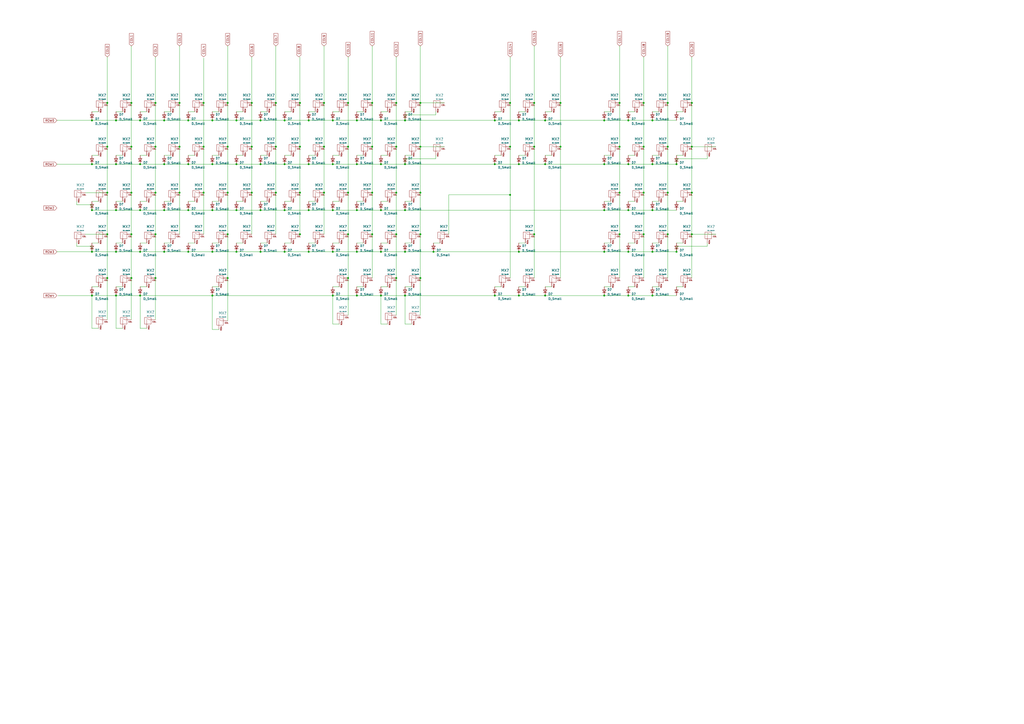
<source format=kicad_sch>
(kicad_sch (version 20211123) (generator eeschema)
  (paper "A2")
  (junction (at 53.34 171.45))
  (junction (at 316.23 171.45))
  (junction (at 137.16 146.05))
  (junction (at 229.87 111.76))
  (junction (at 243.84 85.09))
  (junction (at 193.04 146.05))
  (junction (at 316.23 69.85))
  (junction (at 187.96 111.76))
  (junction (at 95.25 121.92))
  (junction (at 90.17 111.76))
  (junction (at 62.23 111.76))
  (junction (at 350.52 171.45))
  (junction (at 160.02 111.76))
  (junction (at 95.25 146.05))
  (junction (at 109.22 69.85))
  (junction (at 359.41 111.76))
  (junction (at 373.38 135.89))
  (junction (at 81.28 146.05))
  (junction (at 220.98 146.05))
  (junction (at 364.49 121.92))
  (junction (at 123.19 146.05))
  (junction (at 207.01 95.25))
  (junction (at 300.99 95.25))
  (junction (at 95.25 69.85))
  (junction (at 350.52 121.92))
  (junction (at 104.14 85.09))
  (junction (at 309.88 85.09))
  (junction (at 90.17 135.89))
  (junction (at 300.99 146.05))
  (junction (at 295.91 113.03))
  (junction (at 215.9 111.76))
  (junction (at 187.96 85.09))
  (junction (at 53.34 146.05))
  (junction (at 287.02 95.25))
  (junction (at 234.95 69.85))
  (junction (at 173.99 111.76))
  (junction (at 373.38 85.09))
  (junction (at 173.99 85.09))
  (junction (at 151.13 121.92))
  (junction (at 137.16 95.25))
  (junction (at 151.13 146.05))
  (junction (at 76.2 111.76))
  (junction (at 364.49 146.05))
  (junction (at 173.99 59.69))
  (junction (at 364.49 95.25))
  (junction (at 387.35 111.76))
  (junction (at 401.32 111.76))
  (junction (at 90.17 161.29))
  (junction (at 137.16 121.92))
  (junction (at 387.35 59.69))
  (junction (at 201.93 161.29))
  (junction (at 300.99 171.45))
  (junction (at 90.17 59.69))
  (junction (at 234.95 95.25))
  (junction (at 201.93 111.76))
  (junction (at 118.11 59.69))
  (junction (at 76.2 59.69))
  (junction (at 378.46 121.92))
  (junction (at 62.23 161.29))
  (junction (at 165.1 121.92))
  (junction (at 215.9 85.09))
  (junction (at 387.35 135.89))
  (junction (at 387.35 85.09))
  (junction (at 251.46 146.05))
  (junction (at 215.9 135.89))
  (junction (at 81.28 171.45))
  (junction (at 123.19 95.25))
  (junction (at 309.88 59.69))
  (junction (at 104.14 59.69))
  (junction (at 146.05 59.69))
  (junction (at 146.05 85.09))
  (junction (at 193.04 69.85))
  (junction (at 207.01 146.05))
  (junction (at 173.99 135.89))
  (junction (at 220.98 121.92))
  (junction (at 67.31 171.45))
  (junction (at 109.22 121.92))
  (junction (at 359.41 85.09))
  (junction (at 378.46 69.85))
  (junction (at 193.04 121.92))
  (junction (at 118.11 111.76))
  (junction (at 295.91 59.69))
  (junction (at 234.95 146.05))
  (junction (at 90.17 85.09))
  (junction (at 193.04 171.45))
  (junction (at 309.88 135.89))
  (junction (at 62.23 135.89))
  (junction (at 316.23 95.25))
  (junction (at 215.9 59.69))
  (junction (at 187.96 59.69))
  (junction (at 179.07 146.05))
  (junction (at 95.25 95.25))
  (junction (at 132.08 111.76))
  (junction (at 350.52 95.25))
  (junction (at 67.31 146.05))
  (junction (at 151.13 69.85))
  (junction (at 234.95 121.92))
  (junction (at 76.2 161.29))
  (junction (at 165.1 69.85))
  (junction (at 207.01 121.92))
  (junction (at 81.28 121.92))
  (junction (at 207.01 69.85))
  (junction (at 123.19 69.85))
  (junction (at 401.32 85.09))
  (junction (at 243.84 135.89))
  (junction (at 76.2 85.09))
  (junction (at 378.46 95.25))
  (junction (at 234.95 171.45))
  (junction (at 220.98 69.85))
  (junction (at 364.49 171.45))
  (junction (at 325.12 59.69))
  (junction (at 179.07 121.92))
  (junction (at 53.34 121.92))
  (junction (at 132.08 135.89))
  (junction (at 229.87 85.09))
  (junction (at 193.04 95.25))
  (junction (at 359.41 59.69))
  (junction (at 201.93 135.89))
  (junction (at 67.31 69.85))
  (junction (at 325.12 85.09))
  (junction (at 62.23 59.69))
  (junction (at 229.87 161.29))
  (junction (at 201.93 59.69))
  (junction (at 364.49 69.85))
  (junction (at 81.28 95.25))
  (junction (at 137.16 69.85))
  (junction (at 160.02 85.09))
  (junction (at 132.08 59.69))
  (junction (at 207.01 171.45))
  (junction (at 81.28 69.85))
  (junction (at 350.52 146.05))
  (junction (at 67.31 121.92))
  (junction (at 243.84 59.69))
  (junction (at 201.93 85.09))
  (junction (at 220.98 171.45))
  (junction (at 76.2 135.89))
  (junction (at 123.19 121.92))
  (junction (at 373.38 59.69))
  (junction (at 132.08 85.09))
  (junction (at 165.1 146.05))
  (junction (at 151.13 95.25))
  (junction (at 287.02 171.45))
  (junction (at 179.07 95.25))
  (junction (at 132.08 161.29))
  (junction (at 378.46 171.45))
  (junction (at 123.19 171.45))
  (junction (at 359.41 135.89))
  (junction (at 53.34 69.85))
  (junction (at 118.11 85.09))
  (junction (at 350.52 69.85))
  (junction (at 104.14 111.76))
  (junction (at 67.31 95.25))
  (junction (at 160.02 59.69))
  (junction (at 401.32 59.69))
  (junction (at 53.34 95.25))
  (junction (at 392.43 146.05))
  (junction (at 243.84 111.76))
  (junction (at 109.22 95.25))
  (junction (at 229.87 135.89))
  (junction (at 392.43 95.25))
  (junction (at 243.84 161.29))
  (junction (at 179.07 69.85))
  (junction (at 295.91 85.09))
  (junction (at 373.38 111.76))
  (junction (at 378.46 146.05))
  (junction (at 165.1 95.25))
  (junction (at 220.98 95.25))
  (junction (at 62.23 85.09))
  (junction (at 109.22 146.05))
  (junction (at 229.87 59.69))
  (junction (at 401.32 135.89))
  (junction (at 146.05 111.76))
  (junction (at 287.02 69.85))
  (junction (at 300.99 69.85))
  (wire (pts (xy 123.19 121.92) (xy 137.16 121.92)))
  (wire (pts (xy 151.13 116.84) (xy 154.94 116.84)))
  (wire (pts (xy 53.34 171.45) (xy 53.34 190.5)))
  (wire (pts (xy 295.91 113.03) (xy 260.35 113.03)))
  (wire (pts (xy 81.28 171.45) (xy 123.19 171.45)))
  (wire (pts (xy 76.2 135.89) (xy 76.2 161.29)))
  (wire (pts (xy 234.95 121.92) (xy 350.52 121.92)))
  (wire (pts (xy 187.96 85.09) (xy 187.96 111.76)))
  (wire (pts (xy 90.17 59.69) (xy 90.17 85.09)))
  (wire (pts (xy 220.98 116.84) (xy 224.79 116.84)))
  (wire (pts (xy 76.2 59.69) (xy 76.2 85.09)))
  (wire (pts (xy 350.52 90.17) (xy 354.33 90.17)))
  (wire (pts (xy 364.49 146.05) (xy 378.46 146.05)))
  (wire (pts (xy 67.31 140.97) (xy 71.12 140.97)))
  (wire (pts (xy 243.84 111.76) (xy 243.84 135.89)))
  (wire (pts (xy 220.98 90.17) (xy 224.79 90.17)))
  (wire (pts (xy 364.49 140.97) (xy 368.3 140.97)))
  (wire (pts (xy 207.01 90.17) (xy 210.82 90.17)))
  (wire (pts (xy 67.31 95.25) (xy 81.28 95.25)))
  (wire (pts (xy 300.99 166.37) (xy 304.8 166.37)))
  (wire (pts (xy 62.23 33.02) (xy 62.23 59.69)))
  (wire (pts (xy 378.46 166.37) (xy 382.27 166.37)))
  (wire (pts (xy 220.98 69.85) (xy 234.95 69.85)))
  (wire (pts (xy 220.98 171.45) (xy 220.98 187.96)))
  (wire (pts (xy 67.31 146.05) (xy 81.28 146.05)))
  (wire (pts (xy 378.46 90.17) (xy 382.27 90.17)))
  (wire (pts (xy 67.31 121.92) (xy 81.28 121.92)))
  (wire (pts (xy 234.95 166.37) (xy 238.76 166.37)))
  (wire (pts (xy 95.25 116.84) (xy 99.06 116.84)))
  (wire (pts (xy 67.31 64.77) (xy 71.12 64.77)))
  (wire (pts (xy 109.22 95.25) (xy 123.19 95.25)))
  (wire (pts (xy 95.25 140.97) (xy 99.06 140.97)))
  (wire (pts (xy 165.1 69.85) (xy 179.07 69.85)))
  (wire (pts (xy 193.04 146.05) (xy 207.01 146.05)))
  (wire (pts (xy 359.41 26.67) (xy 359.41 59.69)))
  (wire (pts (xy 179.07 116.84) (xy 182.88 116.84)))
  (wire (pts (xy 215.9 26.67) (xy 215.9 59.69)))
  (wire (pts (xy 62.23 111.76) (xy 62.23 135.89)))
  (wire (pts (xy 81.28 90.17) (xy 85.09 90.17)))
  (wire (pts (xy 33.02 69.85) (xy 53.34 69.85)))
  (wire (pts (xy 53.34 116.84) (xy 57.15 116.84)))
  (wire (pts (xy 252.73 66.675) (xy 252.73 64.77)))
  (wire (pts (xy 173.99 135.89) (xy 173.99 136.525)))
  (wire (pts (xy 309.88 26.67) (xy 309.88 59.69)))
  (wire (pts (xy 287.02 64.77) (xy 290.83 64.77)))
  (wire (pts (xy 67.31 171.45) (xy 67.31 190.5)))
  (wire (pts (xy 373.38 59.69) (xy 373.38 85.09)))
  (wire (pts (xy 193.04 171.45) (xy 193.04 187.96)))
  (wire (pts (xy 220.98 121.92) (xy 234.95 121.92)))
  (wire (pts (xy 201.93 111.76) (xy 201.93 135.89)))
  (wire (pts (xy 201.93 135.89) (xy 201.93 161.29)))
  (wire (pts (xy 243.84 135.89) (xy 243.84 161.29)))
  (wire (pts (xy 146.05 33.02) (xy 146.05 59.69)))
  (wire (pts (xy 53.34 95.25) (xy 67.31 95.25)))
  (wire (pts (xy 118.11 85.09) (xy 118.11 111.76)))
  (wire (pts (xy 109.22 140.97) (xy 113.03 140.97)))
  (wire (pts (xy 76.2 26.67) (xy 76.2 59.69)))
  (wire (pts (xy 229.87 85.09) (xy 229.87 111.76)))
  (wire (pts (xy 193.04 121.92) (xy 207.01 121.92)))
  (wire (pts (xy 81.28 95.25) (xy 95.25 95.25)))
  (wire (pts (xy 378.46 121.92) (xy 392.43 121.92)))
  (wire (pts (xy 179.07 95.25) (xy 193.04 95.25)))
  (wire (pts (xy 392.43 142.875) (xy 410.21 142.875)))
  (wire (pts (xy 81.28 64.77) (xy 85.09 64.77)))
  (wire (pts (xy 146.05 111.76) (xy 146.05 135.89)))
  (wire (pts (xy 392.43 64.77) (xy 396.24 64.77)))
  (wire (pts (xy 373.38 85.09) (xy 373.38 111.76)))
  (wire (pts (xy 193.04 140.97) (xy 196.85 140.97)))
  (wire (pts (xy 287.02 95.25) (xy 300.99 95.25)))
  (wire (pts (xy 325.12 33.02) (xy 325.12 59.69)))
  (wire (pts (xy 234.95 187.96) (xy 238.76 187.96)))
  (wire (pts (xy 109.22 90.17) (xy 113.03 90.17)))
  (wire (pts (xy 387.35 85.09) (xy 387.35 111.76)))
  (wire (pts (xy 137.16 146.05) (xy 151.13 146.05)))
  (wire (pts (xy 215.9 111.76) (xy 215.9 135.89)))
  (wire (pts (xy 179.07 146.05) (xy 193.04 146.05)))
  (wire (pts (xy 300.99 90.17) (xy 304.8 90.17)))
  (wire (pts (xy 49.53 111.76) (xy 62.23 111.76)))
  (wire (pts (xy 62.23 85.09) (xy 62.23 111.76)))
  (wire (pts (xy 387.35 59.69) (xy 387.35 85.09)))
  (wire (pts (xy 300.99 146.05) (xy 350.52 146.05)))
  (wire (pts (xy 187.96 59.69) (xy 187.96 85.09)))
  (wire (pts (xy 392.43 146.05) (xy 392.43 142.875)))
  (wire (pts (xy 234.95 140.97) (xy 238.76 140.97)))
  (wire (pts (xy 207.01 171.45) (xy 220.98 171.45)))
  (wire (pts (xy 95.25 69.85) (xy 109.22 69.85)))
  (wire (pts (xy 350.52 140.97) (xy 354.33 140.97)))
  (wire (pts (xy 76.2 161.29) (xy 76.2 185.42)))
  (wire (pts (xy 220.98 146.05) (xy 234.95 146.05)))
  (wire (pts (xy 123.19 116.84) (xy 127 116.84)))
  (wire (pts (xy 350.52 166.37) (xy 354.33 166.37)))
  (wire (pts (xy 123.19 171.45) (xy 123.19 191.135)))
  (wire (pts (xy 160.02 26.67) (xy 160.02 59.69)))
  (wire (pts (xy 207.01 95.25) (xy 220.98 95.25)))
  (wire (pts (xy 81.28 140.97) (xy 85.09 140.97)))
  (wire (pts (xy 243.84 161.29) (xy 243.84 182.88)))
  (wire (pts (xy 387.35 111.76) (xy 387.35 135.89)))
  (wire (pts (xy 44.45 118.745) (xy 44.45 116.84)))
  (wire (pts (xy 373.38 33.02) (xy 373.38 59.69)))
  (wire (pts (xy 53.34 121.92) (xy 67.31 121.92)))
  (wire (pts (xy 207.01 166.37) (xy 210.82 166.37)))
  (wire (pts (xy 287.02 69.85) (xy 300.99 69.85)))
  (wire (pts (xy 44.45 140.97) (xy 44.45 142.875)))
  (wire (pts (xy 234.95 92.075) (xy 252.73 92.075)))
  (wire (pts (xy 201.93 59.69) (xy 201.93 85.09)))
  (wire (pts (xy 67.31 116.84) (xy 71.12 116.84)))
  (wire (pts (xy 132.08 111.76) (xy 132.08 135.89)))
  (wire (pts (xy 234.95 95.25) (xy 234.95 92.075)))
  (wire (pts (xy 243.84 85.09) (xy 257.81 85.09)))
  (wire (pts (xy 104.14 111.76) (xy 104.14 135.89)))
  (wire (pts (xy 373.38 111.76) (xy 373.38 135.89)))
  (wire (pts (xy 67.31 90.17) (xy 71.12 90.17)))
  (wire (pts (xy 350.52 146.05) (xy 364.49 146.05)))
  (wire (pts (xy 207.01 121.92) (xy 220.98 121.92)))
  (wire (pts (xy 207.01 64.77) (xy 210.82 64.77)))
  (wire (pts (xy 401.32 59.69) (xy 401.32 85.09)))
  (wire (pts (xy 364.49 121.92) (xy 378.46 121.92)))
  (wire (pts (xy 364.49 90.17) (xy 368.3 90.17)))
  (wire (pts (xy 95.25 121.92) (xy 109.22 121.92)))
  (wire (pts (xy 193.04 69.85) (xy 207.01 69.85)))
  (wire (pts (xy 401.32 33.02) (xy 401.32 59.69)))
  (wire (pts (xy 316.23 95.25) (xy 350.52 95.25)))
  (wire (pts (xy 378.46 64.77) (xy 382.27 64.77)))
  (wire (pts (xy 165.1 64.77) (xy 168.91 64.77)))
  (wire (pts (xy 165.1 90.17) (xy 168.91 90.17)))
  (wire (pts (xy 137.16 69.85) (xy 151.13 69.85)))
  (wire (pts (xy 401.955 85.09) (xy 415.29 85.09)))
  (wire (pts (xy 193.04 95.25) (xy 207.01 95.25)))
  (wire (pts (xy 300.99 95.25) (xy 316.23 95.25)))
  (wire (pts (xy 90.17 135.89) (xy 90.17 161.29)))
  (wire (pts (xy 207.01 146.05) (xy 220.98 146.05)))
  (wire (pts (xy 81.28 121.92) (xy 95.25 121.92)))
  (wire (pts (xy 350.52 116.84) (xy 354.33 116.84)))
  (wire (pts (xy 234.95 171.45) (xy 234.95 187.96)))
  (wire (pts (xy 95.25 64.77) (xy 99.06 64.77)))
  (wire (pts (xy 243.84 26.67) (xy 243.84 59.69)))
  (wire (pts (xy 67.31 69.85) (xy 81.28 69.85)))
  (wire (pts (xy 151.13 69.85) (xy 165.1 69.85)))
  (wire (pts (xy 49.53 135.89) (xy 62.23 135.89)))
  (wire (pts (xy 359.41 135.89) (xy 359.41 161.29)))
  (wire (pts (xy 187.96 26.67) (xy 187.96 59.69)))
  (wire (pts (xy 53.34 146.05) (xy 53.34 142.875)))
  (wire (pts (xy 137.16 140.97) (xy 140.97 140.97)))
  (wire (pts (xy 401.32 135.89) (xy 401.32 161.29)))
  (wire (pts (xy 300.99 171.45) (xy 316.23 171.45)))
  (wire (pts (xy 53.34 90.17) (xy 57.15 90.17)))
  (wire (pts (xy 316.23 90.17) (xy 320.04 90.17)))
  (wire (pts (xy 364.49 166.37) (xy 368.3 166.37)))
  (wire (pts (xy 123.19 64.77) (xy 127 64.77)))
  (wire (pts (xy 364.49 171.45) (xy 378.46 171.45)))
  (wire (pts (xy 179.07 140.97) (xy 182.88 140.97)))
  (wire (pts (xy 243.84 85.09) (xy 243.84 111.76)))
  (wire (pts (xy 173.99 111.76) (xy 173.99 135.89)))
  (wire (pts (xy 53.34 142.875) (xy 44.45 142.875)))
  (wire (pts (xy 234.95 69.85) (xy 234.95 66.675)))
  (wire (pts (xy 179.07 69.85) (xy 193.04 69.85)))
  (wire (pts (xy 193.04 90.17) (xy 196.85 90.17)))
  (wire (pts (xy 81.28 146.05) (xy 95.25 146.05)))
  (wire (pts (xy 251.46 140.97) (xy 255.27 140.97)))
  (wire (pts (xy 132.08 161.29) (xy 132.08 186.055)))
  (wire (pts (xy 109.22 116.84) (xy 113.03 116.84)))
  (wire (pts (xy 316.23 69.85) (xy 350.52 69.85)))
  (wire (pts (xy 193.04 187.96) (xy 196.85 187.96)))
  (wire (pts (xy 387.35 26.67) (xy 387.35 59.69)))
  (wire (pts (xy 251.46 146.05) (xy 300.99 146.05)))
  (wire (pts (xy 76.2 111.76) (xy 76.2 135.89)))
  (wire (pts (xy 260.35 113.03) (xy 260.35 135.89)))
  (wire (pts (xy 392.43 166.37) (xy 396.24 166.37)))
  (wire (pts (xy 392.43 116.84) (xy 396.24 116.84)))
  (wire (pts (xy 387.35 135.89) (xy 387.35 161.29)))
  (wire (pts (xy 300.99 64.77) (xy 304.8 64.77)))
  (wire (pts (xy 300.99 140.97) (xy 304.8 140.97)))
  (wire (pts (xy 123.19 191.135) (xy 127 191.135)))
  (wire (pts (xy 179.07 64.77) (xy 182.88 64.77)))
  (wire (pts (xy 123.19 90.17) (xy 127 90.17)))
  (wire (pts (xy 287.02 90.17) (xy 290.83 90.17)))
  (wire (pts (xy 33.02 146.05) (xy 53.34 146.05)))
  (wire (pts (xy 234.95 116.84) (xy 238.76 116.84)))
  (wire (pts (xy 151.13 146.05) (xy 165.1 146.05)))
  (wire (pts (xy 201.93 85.09) (xy 201.93 111.76)))
  (wire (pts (xy 220.98 171.45) (xy 234.95 171.45)))
  (wire (pts (xy 53.34 190.5) (xy 57.15 190.5)))
  (wire (pts (xy 350.52 171.45) (xy 364.49 171.45)))
  (wire (pts (xy 220.98 64.77) (xy 224.79 64.77)))
  (wire (pts (xy 295.91 113.03) (xy 295.91 161.29)))
  (wire (pts (xy 165.1 95.25) (xy 179.07 95.25)))
  (wire (pts (xy 173.99 59.69) (xy 173.99 85.09)))
  (wire (pts (xy 215.9 135.89) (xy 215.9 161.29)))
  (wire (pts (xy 95.25 95.25) (xy 109.22 95.25)))
  (wire (pts (xy 53.34 140.97) (xy 57.15 140.97)))
  (wire (pts (xy 53.34 146.05) (xy 67.31 146.05)))
  (wire (pts (xy 123.19 146.05) (xy 137.16 146.05)))
  (wire (pts (xy 295.91 33.02) (xy 295.91 59.69)))
  (wire (pts (xy 76.2 85.09) (xy 76.2 111.76)))
  (wire (pts (xy 193.04 166.37) (xy 196.85 166.37)))
  (wire (pts (xy 109.22 69.85) (xy 123.19 69.85)))
  (wire (pts (xy 53.34 69.85) (xy 67.31 69.85)))
  (wire (pts (xy 81.28 171.45) (xy 81.28 190.5)))
  (wire (pts (xy 123.19 140.97) (xy 127 140.97)))
  (wire (pts (xy 123.19 166.37) (xy 127 166.37)))
  (wire (pts (xy 295.91 85.09) (xy 295.91 113.03)))
  (wire (pts (xy 229.87 59.69) (xy 229.87 85.09)))
  (wire (pts (xy 316.23 166.37) (xy 320.04 166.37)))
  (wire (pts (xy 295.91 59.69) (xy 295.91 85.09)))
  (wire (pts (xy 193.04 171.45) (xy 207.01 171.45)))
  (wire (pts (xy 173.99 85.09) (xy 173.99 111.76)))
  (wire (pts (xy 243.84 59.69) (xy 243.84 85.09)))
  (wire (pts (xy 350.52 69.85) (xy 364.49 69.85)))
  (wire (pts (xy 109.22 64.77) (xy 113.03 64.77)))
  (wire (pts (xy 104.14 85.09) (xy 104.14 111.76)))
  (wire (pts (xy 33.655 171.45) (xy 53.34 171.45)))
  (wire (pts (xy 325.12 59.69) (xy 325.12 85.09)))
  (wire (pts (xy 234.95 66.675) (xy 252.73 66.675)))
  (wire (pts (xy 53.34 171.45) (xy 67.31 171.45)))
  (wire (pts (xy 146.05 59.69) (xy 146.05 85.09)))
  (wire (pts (xy 325.12 85.09) (xy 325.12 161.29)))
  (wire (pts (xy 137.16 95.25) (xy 151.13 95.25)))
  (wire (pts (xy 90.17 85.09) (xy 90.17 111.76)))
  (wire (pts (xy 67.31 171.45) (xy 81.28 171.45)))
  (wire (pts (xy 287.02 171.45) (xy 300.99 171.45)))
  (wire (pts (xy 165.1 140.97) (xy 168.91 140.97)))
  (wire (pts (xy 234.95 90.17) (xy 238.76 90.17)))
  (wire (pts (xy 243.84 59.69) (xy 257.81 59.69)))
  (wire (pts (xy 234.95 69.85) (xy 287.02 69.85)))
  (wire (pts (xy 118.11 33.655) (xy 118.11 59.69)))
  (wire (pts (xy 220.98 166.37) (xy 224.79 166.37)))
  (wire (pts (xy 53.34 64.77) (xy 57.15 64.77)))
  (wire (pts (xy 229.87 135.89) (xy 229.87 161.29)))
  (wire (pts (xy 132.08 85.09) (xy 132.08 111.76)))
  (wire (pts (xy 401.32 85.09) (xy 401.32 111.76)))
  (wire (pts (xy 378.46 95.25) (xy 392.43 95.25)))
  (wire (pts (xy 300.99 69.85) (xy 316.23 69.85)))
  (wire (pts (xy 234.95 95.25) (xy 287.02 95.25)))
  (wire (pts (xy 81.28 116.84) (xy 85.09 116.84)))
  (wire (pts (xy 309.88 59.69) (xy 309.88 85.09)))
  (wire (pts (xy 123.19 171.45) (xy 193.04 171.45)))
  (wire (pts (xy 109.22 121.92) (xy 123.19 121.92)))
  (wire (pts (xy 151.13 140.97) (xy 154.94 140.97)))
  (wire (pts (xy 90.17 111.76) (xy 90.17 135.89)))
  (wire (pts (xy 104.14 59.69) (xy 104.14 85.09)))
  (wire (pts (xy 207.01 140.97) (xy 210.82 140.97)))
  (wire (pts (xy 316.23 64.77) (xy 320.04 64.77)))
  (wire (pts (xy 151.13 121.92) (xy 165.1 121.92)))
  (wire (pts (xy 229.87 111.76) (xy 229.87 135.89)))
  (wire (pts (xy 160.02 111.76) (xy 160.02 135.89)))
  (wire (pts (xy 132.08 26.67) (xy 132.08 59.69)))
  (wire (pts (xy 378.46 171.45) (xy 392.43 171.45)))
  (wire (pts (xy 53.34 118.745) (xy 44.45 118.745)))
  (wire (pts (xy 378.46 146.05) (xy 392.43 146.05)))
  (wire (pts (xy 316.23 171.45) (xy 350.52 171.45)))
  (wire (pts (xy 215.9 85.09) (xy 215.9 111.76)))
  (wire (pts (xy 309.88 135.89) (xy 309.88 161.29)))
  (wire (pts (xy 187.96 111.76) (xy 187.96 135.89)))
  (wire (pts (xy 309.88 85.09) (xy 309.88 135.89)))
  (wire (pts (xy 67.31 190.5) (xy 71.12 190.5)))
  (wire (pts (xy 193.04 116.84) (xy 196.85 116.84)))
  (wire (pts (xy 62.23 135.89) (xy 62.23 161.29)))
  (wire (pts (xy 373.38 135.89) (xy 373.38 161.29)))
  (wire (pts (xy 401.32 111.76) (xy 401.32 135.89)))
  (wire (pts (xy 62.23 59.69) (xy 62.23 85.09)))
  (wire (pts (xy 179.07 90.17) (xy 182.88 90.17)))
  (wire (pts (xy 364.49 95.25) (xy 378.46 95.25)))
  (wire (pts (xy 137.16 116.84) (xy 140.97 116.84)))
  (wire (pts (xy 350.52 64.77) (xy 354.33 64.77)))
  (wire (pts (xy 359.41 111.76) (xy 359.41 135.89)))
  (wire (pts (xy 220.98 187.96) (xy 224.79 187.96)))
  (wire (pts (xy 410.21 92.075) (xy 410.21 90.17)))
  (wire (pts (xy 118.11 59.69) (xy 118.11 85.09)))
  (wire (pts (xy 359.41 85.09) (xy 359.41 111.76)))
  (wire (pts (xy 229.87 161.29) (xy 229.87 182.88)))
  (wire (pts (xy 95.25 146.05) (xy 109.22 146.05)))
  (wire (pts (xy 90.17 33.02) (xy 90.17 59.69)))
  (wire (pts (xy 207.01 69.85) (xy 220.98 69.85)))
  (wire (pts (xy 160.02 59.69) (xy 160.02 85.09)))
  (wire (pts (xy 81.28 69.85) (xy 95.25 69.85)))
  (wire (pts (xy 364.49 116.84) (xy 368.3 116.84)))
  (wire (pts (xy 234.95 64.77) (xy 238.76 64.77)))
  (wire (pts (xy 359.41 59.69) (xy 359.41 85.09)))
  (wire (pts (xy 234.95 171.45) (xy 287.02 171.45)))
  (wire (pts (xy 378.46 140.97) (xy 382.27 140.97)))
  (wire (pts (xy 364.49 69.85) (xy 378.46 69.85)))
  (wire (pts (xy 90.17 161.29) (xy 90.17 185.42)))
  (wire (pts (xy 350.52 95.25) (xy 364.49 95.25)))
  (wire (pts (xy 137.16 64.77) (xy 140.97 64.77)))
  (wire (pts (xy 123.19 69.85) (xy 137.16 69.85)))
  (wire (pts (xy 207.01 116.84) (xy 210.82 116.84)))
  (wire (pts (xy 378.46 116.84) (xy 382.27 116.84)))
  (wire (pts (xy 179.07 121.92) (xy 193.04 121.92)))
  (wire (pts (xy 53.34 166.37) (xy 57.15 166.37)))
  (wire (pts (xy 151.13 90.17) (xy 154.94 90.17)))
  (wire (pts (xy 33.02 95.25) (xy 53.34 95.25)))
  (wire (pts (xy 252.73 92.075) (xy 252.73 90.17)))
  (wire (pts (xy 201.93 161.29) (xy 201.93 182.88)))
  (wire (pts (xy 392.43 95.25) (xy 392.43 92.075)))
  (wire (pts (xy 67.31 166.37) (xy 71.12 166.37)))
  (wire (pts (xy 173.99 33.02) (xy 173.99 59.69)))
  (wire (pts (xy 165.1 146.05) (xy 179.07 146.05)))
  (wire (pts (xy 160.02 85.09) (xy 160.02 111.76)))
  (wire (pts (xy 378.46 69.85) (xy 392.43 69.85)))
  (wire (pts (xy 401.32 135.89) (xy 415.29 135.89)))
  (wire (pts (xy 220.98 95.25) (xy 234.95 95.25)))
  (wire (pts (xy 350.52 121.92) (xy 364.49 121.92)))
  (wire (pts (xy 53.34 121.92) (xy 53.34 118.745)))
  (wire (pts (xy 410.21 142.875) (xy 410.21 140.97)))
  (wire (pts (xy 137.16 121.92) (xy 151.13 121.92)))
  (wire (pts (xy 151.13 64.77) (xy 154.94 64.77)))
  (wire (pts (xy 95.25 90.17) (xy 99.06 90.17)))
  (wire (pts (xy 123.19 95.25) (xy 137.16 95.25)))
  (wire (pts (xy 193.04 64.77) (xy 196.85 64.77)))
  (wire (pts (xy 109.22 146.05) (xy 123.19 146.05)))
  (wire (pts (xy 287.02 166.37) (xy 290.83 166.37)))
  (wire (pts (xy 151.13 95.25) (xy 165.1 95.25)))
  (wire (pts (xy 201.93 33.02) (xy 201.93 59.69)))
  (wire (pts (xy 132.08 59.69) (xy 132.08 85.09)))
  (wire (pts (xy 215.9 59.69) (xy 215.9 85.09)))
  (wire (pts (xy 132.08 135.89) (xy 132.08 161.29)))
  (wire (pts (xy 62.23 161.29) (xy 62.23 185.42)))
  (wire (pts (xy 118.11 111.76) (xy 118.11 135.89)))
  (wire (pts (xy 220.98 140.97) (xy 224.79 140.97)))
  (wire (pts (xy 392.43 92.075) (xy 410.21 92.075)))
  (wire (pts (xy 392.43 90.17) (xy 396.24 90.17)))
  (wire (pts (xy 364.49 64.77) (xy 368.3 64.77)))
  (wire (pts (xy 392.43 140.97) (xy 396.24 140.97)))
  (wire (pts (xy 104.14 26.67) (xy 104.14 59.69)))
  (wire (pts (xy 146.05 85.09) (xy 146.05 111.76)))
  (wire (pts (xy 81.28 190.5) (xy 85.09 190.5)))
  (wire (pts (xy 234.95 146.05) (xy 251.46 146.05)))
  (wire (pts (xy 137.16 90.17) (xy 140.97 90.17)))
  (wire (pts (xy 165.1 116.84) (xy 168.91 116.84)))
  (wire (pts (xy 81.28 166.37) (xy 85.09 166.37)))
  (wire (pts (xy 229.87 33.02) (xy 229.87 59.69)))
  (wire (pts (xy 165.1 121.92) (xy 179.07 121.92)))
  (global_label "COL14" (shape input) (at 295.91 33.02 90) (property "Intersheet References" "${INTERSHEET_REFS}" (effects hide)))
  (global_label "COL7" (shape input) (at 160.02 26.67 90) (property "Intersheet References" "${INTERSHEET_REFS}" (effects hide)))
  (global_label "COL1" (shape input) (at 76.2 26.67 90) (property "Intersheet References" "${INTERSHEET_REFS}" (effects hide)))
  (global_label "COL10" (shape input) (at 201.93 33.02 90) (property "Intersheet References" "${INTERSHEET_REFS}" (effects hide)))
  (global_label "COL0" (shape input) (at 62.23 33.02 90) (property "Intersheet References" "${INTERSHEET_REFS}" (effects hide)))
  (global_label "ROW0" (shape input) (at 33.02 69.85 180) (property "Intersheet References" "${INTERSHEET_REFS}" (effects hide)))
  (global_label "COL19" (shape input) (at 387.35 26.67 90) (property "Intersheet References" "${INTERSHEET_REFS}" (effects hide)))
  (global_label "COL16" (shape input) (at 325.12 33.02 90) (property "Intersheet References" "${INTERSHEET_REFS}" (effects hide)))
  (global_label "ROW4" (shape input) (at 33.02 171.45 180) (property "Intersheet References" "${INTERSHEET_REFS}" (effects hide)))
  (global_label "COL17" (shape input) (at 359.41 26.67 90) (property "Intersheet References" "${INTERSHEET_REFS}" (effects hide)))
  (global_label "ROW2" (shape input) (at 33.02 120.65 180) (property "Intersheet References" "${INTERSHEET_REFS}" (effects hide)))
  (global_label "COL18" (shape input) (at 373.38 33.02 90) (property "Intersheet References" "${INTERSHEET_REFS}" (effects hide)))
  (global_label "ROW1" (shape input) (at 33.02 95.25 180) (property "Intersheet References" "${INTERSHEET_REFS}" (effects hide)))
  (global_label "ROW3" (shape input) (at 33.02 146.05 180) (property "Intersheet References" "${INTERSHEET_REFS}" (effects hide)))
  (global_label "COL8" (shape input) (at 173.355 33.02 90) (property "Intersheet References" "${INTERSHEET_REFS}" (effects hide)))
  (global_label "COL5" (shape input) (at 132.08 26.67 90) (property "Intersheet References" "${INTERSHEET_REFS}" (effects hide)))
  (global_label "COL12" (shape input) (at 229.87 33.02 90) (property "Intersheet References" "${INTERSHEET_REFS}" (effects hide)))
  (global_label "COL11" (shape input) (at 215.9 26.67 90) (property "Intersheet References" "${INTERSHEET_REFS}" (effects hide)))
  (global_label "COL3" (shape input) (at 104.14 26.67 90) (property "Intersheet References" "${INTERSHEET_REFS}" (effects hide)))
  (global_label "COL20" (shape input) (at 401.32 33.02 90) (property "Intersheet References" "${INTERSHEET_REFS}" (effects hide)))
  (global_label "COL4" (shape input) (at 118.11 33.02 90) (property "Intersheet References" "${INTERSHEET_REFS}" (effects hide)))
  (global_label "COL9" (shape input) (at 187.96 26.67 90) (property "Intersheet References" "${INTERSHEET_REFS}" (effects hide)))
  (global_label "COL15" (shape input) (at 309.88 26.67 90) (property "Intersheet References" "${INTERSHEET_REFS}" (effects hide)))
  (global_label "COL13" (shape input) (at 243.84 26.67 90) (property "Intersheet References" "${INTERSHEET_REFS}" (effects hide)))
  (global_label "COL2" (shape input) (at 90.17 33.02 90) (property "Intersheet References" "${INTERSHEET_REFS}" (effects hide)))
  (global_label "COL6" (shape input) (at 146.05 33.02 90) (property "Intersheet References" "${INTERSHEET_REFS}" (effects hide)))
  (symbol (lib_id "MX_Alps_Hybrid:MX-NoLED") (at 114.3 86.36 0) (unit 1)
    (property "Reference" "MX?" (at 115.1856 80.6665 0) (effects (font (size 1.524 1.524))))
    (property "Value" "MX-NoLED" (at 115.1856 82.9371 0) (effects (font (size 0.508 0.508))))
  )
  (symbol (lib_id "Device:D_Small") (at 165.1 67.31 90) (unit 1)
    (property "Reference" "D?" (at 166.878 68.9415 90) (effects (justify right)))
    (property "Value" "D_Small" (at 166.878 71.7166 90) (effects (justify right)))
  )
  (symbol (lib_id "Device:D_Small") (at 151.13 92.71 90) (unit 1)
    (property "Reference" "D?" (at 152.908 91.8015 90) (effects (justify right)))
    (property "Value" "D_Small" (at 152.908 94.5766 90) (effects (justify right)))
  )
  (symbol (lib_id "MX_Alps_Hybrid:MX-NoLED") (at 128.27 60.96 0) (unit 1)
    (property "Reference" "MX?" (at 129.1556 55.2665 0) (effects (font (size 1.524 1.524))))
    (property "Value" "MX-NoLED" (at 129.1556 57.5371 0) (effects (font (size 0.508 0.508))))
  )
  (symbol (lib_id "MX_Alps_Hybrid:MX-NoLED") (at 212.09 113.03 0) (unit 1)
    (property "Reference" "MX?" (at 212.9756 107.3365 0) (effects (font (size 1.524 1.524))))
    (property "Value" "MX-NoLED" (at 212.9756 109.6071 0) (effects (font (size 0.508 0.508))))
  )
  (symbol (lib_id "Device:D_Small") (at 193.04 143.51 90) (unit 1)
    (property "Reference" "D?" (at 194.818 145.1415 90) (effects (justify right)))
    (property "Value" "D_Small" (at 194.818 147.9166 90) (effects (justify right)))
  )
  (symbol (lib_id "MX_Alps_Hybrid:MX-NoLED") (at 114.3 137.16 0) (unit 1)
    (property "Reference" "MX?" (at 115.1856 131.4665 0) (effects (font (size 1.524 1.524))))
    (property "Value" "MX-NoLED" (at 115.1856 133.7371 0) (effects (font (size 0.508 0.508))))
  )
  (symbol (lib_id "Device:D_Small") (at 234.95 119.38 90) (unit 1)
    (property "Reference" "D?" (at 236.728 118.4715 90) (effects (justify right)))
    (property "Value" "D_Small" (at 236.728 121.2466 90) (effects (justify right)))
  )
  (symbol (lib_id "MX_Alps_Hybrid:MX-NoLED") (at 184.15 137.16 0) (unit 1)
    (property "Reference" "MX?" (at 185.0356 131.4665 0) (effects (font (size 1.524 1.524))))
    (property "Value" "MX-NoLED" (at 185.0356 133.7371 0) (effects (font (size 0.508 0.508))))
  )
  (symbol (lib_id "Device:D_Small") (at 220.98 119.38 90) (unit 1)
    (property "Reference" "D?" (at 222.758 121.0115 90) (effects (justify right)))
    (property "Value" "D_Small" (at 222.758 123.7866 90) (effects (justify right)))
  )
  (symbol (lib_id "MX_Alps_Hybrid:MX-NoLED") (at 369.57 137.16 0) (unit 1)
    (property "Reference" "MX?" (at 370.4556 131.4665 0) (effects (font (size 1.524 1.524))))
    (property "Value" "MX-NoLED" (at 370.4556 133.7371 0) (effects (font (size 0.508 0.508))))
  )
  (symbol (lib_id "MX_Alps_Hybrid:MX-NoLED") (at 355.6 162.56 0) (unit 1)
    (property "Reference" "MX?" (at 356.4856 156.8665 0) (effects (font (size 1.524 1.524))))
    (property "Value" "MX-NoLED" (at 356.4856 159.1371 0) (effects (font (size 0.508 0.508))))
  )
  (symbol (lib_id "Device:D_Small") (at 109.22 143.51 90) (unit 1)
    (property "Reference" "D?" (at 110.998 145.1415 90) (effects (justify right)))
    (property "Value" "D_Small" (at 110.998 147.9166 90) (effects (justify right)))
  )
  (symbol (lib_id "MX_Alps_Hybrid:MX-NoLED") (at 72.39 137.16 0) (unit 1)
    (property "Reference" "MX?" (at 73.2756 131.4665 0) (effects (font (size 1.524 1.524))))
    (property "Value" "MX-NoLED" (at 73.2756 133.7371 0) (effects (font (size 0.508 0.508))))
  )
  (symbol (lib_id "MX_Alps_Hybrid:MX-NoLED") (at 198.12 60.96 0) (unit 1)
    (property "Reference" "MX?" (at 199.0056 55.2665 0) (effects (font (size 1.524 1.524))))
    (property "Value" "MX-NoLED" (at 199.0056 57.5371 0) (effects (font (size 0.508 0.508))))
  )
  (symbol (lib_id "MX_Alps_Hybrid:MX-NoLED") (at 86.36 60.96 0) (unit 1)
    (property "Reference" "MX?" (at 87.2456 55.2665 0) (effects (font (size 1.524 1.524))))
    (property "Value" "MX-NoLED" (at 87.2456 57.5371 0) (effects (font (size 0.508 0.508))))
  )
  (symbol (lib_id "Device:D_Small") (at 378.46 168.91 90) (unit 1)
    (property "Reference" "D?" (at 380.238 168.0015 90) (effects (justify right)))
    (property "Value" "D_Small" (at 380.238 170.7766 90) (effects (justify right)))
  )
  (symbol (lib_id "Device:D_Small") (at 350.52 92.71 90) (unit 1)
    (property "Reference" "D?" (at 352.298 91.8015 90) (effects (justify right)))
    (property "Value" "D_Small" (at 352.298 94.5766 90) (effects (justify right)))
  )
  (symbol (lib_id "Device:D_Small") (at 193.04 92.71 90) (unit 1)
    (property "Reference" "D?" (at 194.818 94.3415 90) (effects (justify right)))
    (property "Value" "D_Small" (at 194.818 97.1166 90) (effects (justify right)))
  )
  (symbol (lib_id "Device:D_Small") (at 179.07 143.51 90) (unit 1)
    (property "Reference" "D?" (at 180.848 142.6015 90) (effects (justify right)))
    (property "Value" "D_Small" (at 180.848 145.3766 90) (effects (justify right)))
  )
  (symbol (lib_id "MX_Alps_Hybrid:MX-NoLED") (at 383.54 137.16 0) (unit 1)
    (property "Reference" "MX?" (at 384.4256 131.4665 0) (effects (font (size 1.524 1.524))))
    (property "Value" "MX-NoLED" (at 384.4256 133.7371 0) (effects (font (size 0.508 0.508))))
  )
  (symbol (lib_id "MX_Alps_Hybrid:MX-NoLED") (at 292.1 162.56 0) (unit 1)
    (property "Reference" "MX?" (at 292.9856 156.8665 0) (effects (font (size 1.524 1.524))))
    (property "Value" "MX-NoLED" (at 292.9856 159.1371 0) (effects (font (size 0.508 0.508))))
  )
  (symbol (lib_id "MX_Alps_Hybrid:MX-NoLED") (at 411.48 86.36 0) (unit 1)
    (property "Reference" "MX?" (at 412.3656 80.6665 0) (effects (font (size 1.524 1.524))))
    (property "Value" "MX-NoLED" (at 412.3656 82.9371 0) (effects (font (size 0.508 0.508))))
  )
  (symbol (lib_id "MX_Alps_Hybrid:MX-NoLED") (at 170.18 137.16 0) (unit 1)
    (property "Reference" "MX?" (at 171.0656 131.4665 0) (effects (font (size 1.524 1.524))))
    (property "Value" "MX-NoLED" (at 171.0656 133.7371 0) (effects (font (size 0.508 0.508))))
  )
  (symbol (lib_id "MX_Alps_Hybrid:MX-NoLED") (at 212.09 60.96 0) (unit 1)
    (property "Reference" "MX?" (at 212.9756 55.2665 0) (effects (font (size 1.524 1.524))))
    (property "Value" "MX-NoLED" (at 212.9756 57.5371 0) (effects (font (size 0.508 0.508))))
  )
  (symbol (lib_id "Device:D_Small") (at 350.52 143.51 90) (unit 1)
    (property "Reference" "D?" (at 352.298 142.6015 90) (effects (justify right)))
    (property "Value" "D_Small" (at 352.298 145.3766 90) (effects (justify right)))
  )
  (symbol (lib_id "MX_Alps_Hybrid:MX-NoLED") (at 226.06 86.36 0) (unit 1)
    (property "Reference" "MX?" (at 226.9456 80.6665 0) (effects (font (size 1.524 1.524))))
    (property "Value" "MX-NoLED" (at 226.9456 82.9371 0) (effects (font (size 0.508 0.508))))
  )
  (symbol (lib_id "MX_Alps_Hybrid:MX-NoLED") (at 306.07 86.36 0) (unit 1)
    (property "Reference" "MX?" (at 306.9556 80.6665 0) (effects (font (size 1.524 1.524))))
    (property "Value" "MX-NoLED" (at 306.9556 82.9371 0) (effects (font (size 0.508 0.508))))
  )
  (symbol (lib_id "MX_Alps_Hybrid:MX-NoLED") (at 142.24 113.03 0) (unit 1)
    (property "Reference" "MX?" (at 143.1256 107.3365 0) (effects (font (size 1.524 1.524))))
    (property "Value" "MX-NoLED" (at 143.1256 109.6071 0) (effects (font (size 0.508 0.508))))
  )
  (symbol (lib_id "Device:D_Small") (at 95.25 143.51 90) (unit 1)
    (property "Reference" "D?" (at 97.028 142.6015 90) (effects (justify right)))
    (property "Value" "D_Small" (at 97.028 145.3766 90) (effects (justify right)))
  )
  (symbol (lib_id "Device:D_Small") (at 364.49 67.31 90) (unit 1)
    (property "Reference" "D?" (at 366.268 68.9415 90) (effects (justify right)))
    (property "Value" "D_Small" (at 366.268 71.7166 90) (effects (justify right)))
  )
  (symbol (lib_id "MX_Alps_Hybrid:MX-NoLED") (at 397.51 113.03 0) (unit 1)
    (property "Reference" "MX?" (at 398.3956 107.3365 0) (effects (font (size 1.524 1.524))))
    (property "Value" "MX-NoLED" (at 398.3956 109.6071 0) (effects (font (size 0.508 0.508))))
  )
  (symbol (lib_id "MX_Alps_Hybrid:MX-NoLED") (at 72.39 162.56 0) (unit 1)
    (property "Reference" "MX?" (at 73.2756 156.8665 0) (effects (font (size 1.524 1.524))))
    (property "Value" "MX-NoLED" (at 73.2756 159.1371 0) (effects (font (size 0.508 0.508))))
  )
  (symbol (lib_id "MX_Alps_Hybrid:MX-NoLED") (at 86.36 86.36 0) (unit 1)
    (property "Reference" "MX?" (at 87.2456 80.6665 0) (effects (font (size 1.524 1.524))))
    (property "Value" "MX-NoLED" (at 87.2456 82.9371 0) (effects (font (size 0.508 0.508))))
  )
  (symbol (lib_id "Device:D_Small") (at 123.19 67.31 90) (unit 1)
    (property "Reference" "D?" (at 124.968 66.4015 90) (effects (justify right)))
    (property "Value" "D_Small" (at 124.968 69.1766 90) (effects (justify right)))
  )
  (symbol (lib_id "Device:D_Small") (at 220.98 67.31 90) (unit 1)
    (property "Reference" "D?" (at 222.758 68.9415 90) (effects (justify right)))
    (property "Value" "D_Small" (at 222.758 71.7166 90) (effects (justify right)))
  )
  (symbol (lib_id "MX_Alps_Hybrid:MX-NoLED") (at 369.57 60.96 0) (unit 1)
    (property "Reference" "MX?" (at 370.4556 55.2665 0) (effects (font (size 1.524 1.524))))
    (property "Value" "MX-NoLED" (at 370.4556 57.5371 0) (effects (font (size 0.508 0.508))))
  )
  (symbol (lib_id "Device:D_Small") (at 109.22 119.38 90) (unit 1)
    (property "Reference" "D?" (at 110.998 121.0115 90) (effects (justify right)))
    (property "Value" "D_Small" (at 110.998 123.7866 90) (effects (justify right)))
  )
  (symbol (lib_id "Device:D_Small") (at 123.19 143.51 90) (unit 1)
    (property "Reference" "D?" (at 124.968 142.6015 90) (effects (justify right)))
    (property "Value" "D_Small" (at 124.968 145.3766 90) (effects (justify right)))
  )
  (symbol (lib_id "Device:D_Small") (at 220.98 92.71 90) (unit 1)
    (property "Reference" "D?" (at 222.758 94.3415 90) (effects (justify right)))
    (property "Value" "D_Small" (at 222.758 97.1166 90) (effects (justify right)))
  )
  (symbol (lib_id "Device:D_Small") (at 220.98 168.91 90) (unit 1)
    (property "Reference" "D?" (at 222.758 170.5415 90) (effects (justify right)))
    (property "Value" "D_Small" (at 222.758 173.3166 90) (effects (justify right)))
  )
  (symbol (lib_id "MX_Alps_Hybrid:MX-NoLED") (at 114.3 113.03 0) (unit 1)
    (property "Reference" "MX?" (at 115.1856 107.3365 0) (effects (font (size 1.524 1.524))))
    (property "Value" "MX-NoLED" (at 115.1856 109.6071 0) (effects (font (size 0.508 0.508))))
  )
  (symbol (lib_id "Device:D_Small") (at 287.02 67.31 90) (unit 1)
    (property "Reference" "D?" (at 288.798 68.9415 90) (effects (justify right)))
    (property "Value" "D_Small" (at 288.798 71.7166 90) (effects (justify right)))
  )
  (symbol (lib_id "MX_Alps_Hybrid:MX-NoLED") (at 184.15 60.96 0) (unit 1)
    (property "Reference" "MX?" (at 185.0356 55.2665 0) (effects (font (size 1.524 1.524))))
    (property "Value" "MX-NoLED" (at 185.0356 57.5371 0) (effects (font (size 0.508 0.508))))
  )
  (symbol (lib_id "Device:D_Small") (at 207.01 92.71 90) (unit 1)
    (property "Reference" "D?" (at 208.788 91.8015 90) (effects (justify right)))
    (property "Value" "D_Small" (at 208.788 94.5766 90) (effects (justify right)))
  )
  (symbol (lib_id "MX_Alps_Hybrid:MX-NoLED") (at 369.57 113.03 0) (unit 1)
    (property "Reference" "MX?" (at 370.4556 107.3365 0) (effects (font (size 1.524 1.524))))
    (property "Value" "MX-NoLED" (at 370.4556 109.6071 0) (effects (font (size 0.508 0.508))))
  )
  (symbol (lib_id "MX_Alps_Hybrid:MX-NoLED") (at 170.18 113.03 0) (unit 1)
    (property "Reference" "MX?" (at 171.0656 107.3365 0) (effects (font (size 1.524 1.524))))
    (property "Value" "MX-NoLED" (at 171.0656 109.6071 0) (effects (font (size 0.508 0.508))))
  )
  (symbol (lib_id "MX_Alps_Hybrid:MX-NoLED") (at 355.6 137.16 0) (unit 1)
    (property "Reference" "MX?" (at 356.4856 131.4665 0) (effects (font (size 1.524 1.524))))
    (property "Value" "MX-NoLED" (at 356.4856 133.7371 0) (effects (font (size 0.508 0.508))))
  )
  (symbol (lib_id "MX_Alps_Hybrid:MX-NoLED") (at 100.33 113.03 0) (unit 1)
    (property "Reference" "MX?" (at 101.2156 107.3365 0) (effects (font (size 1.524 1.524))))
    (property "Value" "MX-NoLED" (at 101.2156 109.6071 0) (effects (font (size 0.508 0.508))))
  )
  (symbol (lib_id "MX_Alps_Hybrid:MX-NoLED") (at 212.09 137.16 0) (unit 1)
    (property "Reference" "MX?" (at 212.9756 131.4665 0) (effects (font (size 1.524 1.524))))
    (property "Value" "MX-NoLED" (at 212.9756 133.7371 0) (effects (font (size 0.508 0.508))))
  )
  (symbol (lib_id "Device:D_Small") (at 234.95 168.91 90) (unit 1)
    (property "Reference" "D?" (at 236.728 168.0015 90) (effects (justify right)))
    (property "Value" "D_Small" (at 236.728 170.7766 90) (effects (justify right)))
  )
  (symbol (lib_id "Device:D_Small") (at 392.43 168.91 90) (unit 1)
    (property "Reference" "D?" (at 394.208 170.5415 90) (effects (justify right)))
    (property "Value" "D_Small" (at 394.208 173.3166 90) (effects (justify right)))
  )
  (symbol (lib_id "MX_Alps_Hybrid:MX-NoLED") (at 321.31 162.56 0) (unit 1)
    (property "Reference" "MX?" (at 322.1956 156.8665 0) (effects (font (size 1.524 1.524))))
    (property "Value" "MX-NoLED" (at 322.1956 159.1371 0) (effects (font (size 0.508 0.508))))
  )
  (symbol (lib_id "MX_Alps_Hybrid:MX-NoLED") (at 128.27 86.36 0) (unit 1)
    (property "Reference" "MX?" (at 129.1556 80.6665 0) (effects (font (size 1.524 1.524))))
    (property "Value" "MX-NoLED" (at 129.1556 82.9371 0) (effects (font (size 0.508 0.508))))
  )
  (symbol (lib_id "MX_Alps_Hybrid:MX-NoLED") (at 128.27 113.03 0) (unit 1)
    (property "Reference" "MX?" (at 129.1556 107.3365 0) (effects (font (size 1.524 1.524))))
    (property "Value" "MX-NoLED" (at 129.1556 109.6071 0) (effects (font (size 0.508 0.508))))
  )
  (symbol (lib_id "MX_Alps_Hybrid:MX-NoLED") (at 128.27 187.325 0) (unit 1)
    (property "Reference" "MX?" (at 129.1556 181.6315 0) (effects (font (size 1.524 1.524))))
    (property "Value" "MX-NoLED" (at 129.1556 183.9021 0) (effects (font (size 0.508 0.508))))
  )
  (symbol (lib_id "MX_Alps_Hybrid:MX-NoLED") (at 383.54 60.96 0) (unit 1)
    (property "Reference" "MX?" (at 384.4256 55.2665 0) (effects (font (size 1.524 1.524))))
    (property "Value" "MX-NoLED" (at 384.4256 57.5371 0) (effects (font (size 0.508 0.508))))
  )
  (symbol (lib_id "Device:D_Small") (at 316.23 92.71 90) (unit 1)
    (property "Reference" "D?" (at 318.008 94.3415 90) (effects (justify right)))
    (property "Value" "D_Small" (at 318.008 97.1166 90) (effects (justify right)))
  )
  (symbol (lib_id "Device:D_Small") (at 207.01 168.91 90) (unit 1)
    (property "Reference" "D?" (at 208.788 168.0015 90) (effects (justify right)))
    (property "Value" "D_Small" (at 208.788 170.7766 90) (effects (justify right)))
  )
  (symbol (lib_id "Device:D_Small") (at 378.46 92.71 90) (unit 1)
    (property "Reference" "D?" (at 380.238 91.8015 90) (effects (justify right)))
    (property "Value" "D_Small" (at 380.238 94.5766 90) (effects (justify right)))
  )
  (symbol (lib_id "MX_Alps_Hybrid:MX-NoLED") (at 226.06 162.56 0) (unit 1)
    (property "Reference" "MX?" (at 226.9456 156.8665 0) (effects (font (size 1.524 1.524))))
    (property "Value" "MX-NoLED" (at 226.9456 159.1371 0) (effects (font (size 0.508 0.508))))
  )
  (symbol (lib_id "MX_Alps_Hybrid:MX-NoLED") (at 198.12 137.16 0) (unit 1)
    (property "Reference" "MX?" (at 199.0056 131.4665 0) (effects (font (size 1.524 1.524))))
    (property "Value" "MX-NoLED" (at 199.0056 133.7371 0) (effects (font (size 0.508 0.508))))
  )
  (symbol (lib_id "MX_Alps_Hybrid:MX-NoLED") (at 142.24 137.16 0) (unit 1)
    (property "Reference" "MX?" (at 143.1256 131.4665 0) (effects (font (size 1.524 1.524))))
    (property "Value" "MX-NoLED" (at 143.1256 133.7371 0) (effects (font (size 0.508 0.508))))
  )
  (symbol (lib_id "MX_Alps_Hybrid:MX-NoLED") (at 72.39 60.96 0) (unit 1)
    (property "Reference" "MX?" (at 73.2756 55.2665 0) (effects (font (size 1.524 1.524))))
    (property "Value" "MX-NoLED" (at 73.2756 57.5371 0) (effects (font (size 0.508 0.508))))
  )
  (symbol (lib_id "MX_Alps_Hybrid:MX-NoLED") (at 306.07 137.16 0) (unit 1)
    (property "Reference" "MX?" (at 306.9556 131.4665 0) (effects (font (size 1.524 1.524))))
    (property "Value" "MX-NoLED" (at 306.9556 133.7371 0) (effects (font (size 0.508 0.508))))
  )
  (symbol (lib_id "MX_Alps_Hybrid:MX-NoLED") (at 240.03 60.96 0) (unit 1)
    (property "Reference" "MX?" (at 240.9156 55.2665 0) (effects (font (size 1.524 1.524))))
    (property "Value" "MX-NoLED" (at 240.9156 57.5371 0) (effects (font (size 0.508 0.508))))
  )
  (symbol (lib_id "Device:D_Small") (at 53.34 143.51 90) (unit 1)
    (property "Reference" "D?" (at 55.118 145.1415 90) (effects (justify right)))
    (property "Value" "D_Small" (at 55.118 147.9166 90) (effects (justify right)))
  )
  (symbol (lib_id "Device:D_Small") (at 81.28 119.38 90) (unit 1)
    (property "Reference" "D?" (at 83.058 121.0115 90) (effects (justify right)))
    (property "Value" "D_Small" (at 83.058 123.7866 90) (effects (justify right)))
  )
  (symbol (lib_id "MX_Alps_Hybrid:MX-NoLED") (at 58.42 60.96 0) (unit 1)
    (property "Reference" "MX?" (at 59.3056 55.2665 0) (effects (font (size 1.524 1.524))))
    (property "Value" "MX-NoLED" (at 59.3056 57.5371 0) (effects (font (size 0.508 0.508))))
  )
  (symbol (lib_id "Device:D_Small") (at 179.07 119.38 90) (unit 1)
    (property "Reference" "D?" (at 180.848 118.4715 90) (effects (justify right)))
    (property "Value" "D_Small" (at 180.848 121.2466 90) (effects (justify right)))
  )
  (symbol (lib_id "Device:D_Small") (at 287.02 168.91 90) (unit 1)
    (property "Reference" "D?" (at 288.798 170.5415 90) (effects (justify right)))
    (property "Value" "D_Small" (at 288.798 173.3166 90) (effects (justify right)))
  )
  (symbol (lib_id "MX_Alps_Hybrid:MX-NoLED") (at 240.03 113.03 0) (unit 1)
    (property "Reference" "MX?" (at 240.9156 107.3365 0) (effects (font (size 1.524 1.524))))
    (property "Value" "MX-NoLED" (at 240.9156 109.6071 0) (effects (font (size 0.508 0.508))))
  )
  (symbol (lib_id "Device:D_Small") (at 109.22 67.31 90) (unit 1)
    (property "Reference" "D?" (at 110.998 68.9415 90) (effects (justify right)))
    (property "Value" "D_Small" (at 110.998 71.7166 90) (effects (justify right)))
  )
  (symbol (lib_id "Device:D_Small") (at 392.43 92.71 90) (unit 1)
    (property "Reference" "D?" (at 394.208 94.3415 90) (effects (justify right)))
    (property "Value" "D_Small" (at 394.208 97.1166 90) (effects (justify right)))
  )
  (symbol (lib_id "MX_Alps_Hybrid:MX-NoLED") (at 226.06 113.03 0) (unit 1)
    (property "Reference" "MX?" (at 226.9456 107.3365 0) (effects (font (size 1.524 1.524))))
    (property "Value" "MX-NoLED" (at 226.9456 109.6071 0) (effects (font (size 0.508 0.508))))
  )
  (symbol (lib_id "Device:D_Small") (at 378.46 67.31 90) (unit 1)
    (property "Reference" "D?" (at 380.238 66.4015 90) (effects (justify right)))
    (property "Value" "D_Small" (at 380.238 69.1766 90) (effects (justify right)))
  )
  (symbol (lib_id "Device:D_Small") (at 287.02 92.71 90) (unit 1)
    (property "Reference" "D?" (at 288.798 94.3415 90) (effects (justify right)))
    (property "Value" "D_Small" (at 288.798 97.1166 90) (effects (justify right)))
  )
  (symbol (lib_id "MX_Alps_Hybrid:MX-NoLED") (at 240.03 137.16 0) (unit 1)
    (property "Reference" "MX?" (at 240.9156 131.4665 0) (effects (font (size 1.524 1.524))))
    (property "Value" "MX-NoLED" (at 240.9156 133.7371 0) (effects (font (size 0.508 0.508))))
  )
  (symbol (lib_id "MX_Alps_Hybrid:MX-NoLED") (at 321.31 60.96 0) (unit 1)
    (property "Reference" "MX?" (at 322.1956 55.2665 0) (effects (font (size 1.524 1.524))))
    (property "Value" "MX-NoLED" (at 322.1956 57.5371 0) (effects (font (size 0.508 0.508))))
  )
  (symbol (lib_id "MX_Alps_Hybrid:MX-NoLED") (at 72.39 186.69 0) (unit 1)
    (property "Reference" "MX?" (at 73.2756 180.9965 0) (effects (font (size 1.524 1.524))))
    (property "Value" "MX-NoLED" (at 73.2756 183.2671 0) (effects (font (size 0.508 0.508))))
  )
  (symbol (lib_id "MX_Alps_Hybrid:MX-NoLED") (at 355.6 113.03 0) (unit 1)
    (property "Reference" "MX?" (at 356.4856 107.3365 0) (effects (font (size 1.524 1.524))))
    (property "Value" "MX-NoLED" (at 356.4856 109.6071 0) (effects (font (size 0.508 0.508))))
  )
  (symbol (lib_id "MX_Alps_Hybrid:MX-NoLED") (at 226.06 184.15 0) (unit 1)
    (property "Reference" "MX?" (at 226.9456 178.4565 0) (effects (font (size 1.524 1.524))))
    (property "Value" "MX-NoLED" (at 226.9456 180.7271 0) (effects (font (size 0.508 0.508))))
  )
  (symbol (lib_id "MX_Alps_Hybrid:MX-NoLED") (at 226.06 60.96 0) (unit 1)
    (property "Reference" "MX?" (at 226.9456 55.2665 0) (effects (font (size 1.524 1.524))))
    (property "Value" "MX-NoLED" (at 226.9456 57.5371 0) (effects (font (size 0.508 0.508))))
  )
  (symbol (lib_id "Device:D_Small") (at 193.04 119.38 90) (unit 1)
    (property "Reference" "D?" (at 194.818 121.0115 90) (effects (justify right)))
    (property "Value" "D_Small" (at 194.818 123.7866 90) (effects (justify right)))
  )
  (symbol (lib_id "MX_Alps_Hybrid:MX-NoLED") (at 45.72 137.16 0) (unit 1)
    (property "Reference" "MX?" (at 46.6056 131.4665 0) (effects (font (size 1.524 1.524))))
    (property "Value" "MX-NoLED" (at 46.6056 133.7371 0) (effects (font (size 0.508 0.508))))
  )
  (symbol (lib_id "MX_Alps_Hybrid:MX-NoLED") (at 254 60.96 0) (unit 1)
    (property "Reference" "MX?" (at 254.8856 55.2665 0) (effects (font (size 1.524 1.524))))
    (property "Value" "MX-NoLED" (at 254.8856 57.5371 0) (effects (font (size 0.508 0.508))))
  )
  (symbol (lib_id "MX_Alps_Hybrid:MX-NoLED") (at 240.03 162.56 0) (unit 1)
    (property "Reference" "MX?" (at 240.9156 156.8665 0) (effects (font (size 1.524 1.524))))
    (property "Value" "MX-NoLED" (at 240.9156 159.1371 0) (effects (font (size 0.508 0.508))))
  )
  (symbol (lib_id "Device:D_Small") (at 53.34 119.38 90) (unit 1)
    (property "Reference" "D?" (at 55.118 121.0115 90) (effects (justify right)))
    (property "Value" "D_Small" (at 55.118 123.7866 90) (effects (justify right)))
  )
  (symbol (lib_id "MX_Alps_Hybrid:MX-NoLED") (at 100.33 86.36 0) (unit 1)
    (property "Reference" "MX?" (at 101.2156 80.6665 0) (effects (font (size 1.524 1.524))))
    (property "Value" "MX-NoLED" (at 101.2156 82.9371 0) (effects (font (size 0.508 0.508))))
  )
  (symbol (lib_id "Device:D_Small") (at 350.52 119.38 90) (unit 1)
    (property "Reference" "D?" (at 352.298 118.4715 90) (effects (justify right)))
    (property "Value" "D_Small" (at 352.298 121.2466 90) (effects (justify right)))
  )
  (symbol (lib_id "MX_Alps_Hybrid:MX-NoLED") (at 58.42 113.03 0) (unit 1)
    (property "Reference" "MX?" (at 59.3056 107.3365 0) (effects (font (size 1.524 1.524))))
    (property "Value" "MX-NoLED" (at 59.3056 109.6071 0) (effects (font (size 0.508 0.508))))
  )
  (symbol (lib_id "Device:D_Small") (at 193.04 168.91 90) (unit 1)
    (property "Reference" "D?" (at 194.818 170.5415 90) (effects (justify right)))
    (property "Value" "D_Small" (at 194.818 173.3166 90) (effects (justify right)))
  )
  (symbol (lib_id "MX_Alps_Hybrid:MX-NoLED") (at 156.21 86.36 0) (unit 1)
    (property "Reference" "MX?" (at 157.0956 80.6665 0) (effects (font (size 1.524 1.524))))
    (property "Value" "MX-NoLED" (at 157.0956 82.9371 0) (effects (font (size 0.508 0.508))))
  )
  (symbol (lib_id "Device:D_Small") (at 137.16 143.51 90) (unit 1)
    (property "Reference" "D?" (at 138.938 145.1415 90) (effects (justify right)))
    (property "Value" "D_Small" (at 138.938 147.9166 90) (effects (justify right)))
  )
  (symbol (lib_id "MX_Alps_Hybrid:MX-NoLED") (at 58.42 86.36 0) (unit 1)
    (property "Reference" "MX?" (at 59.3056 80.6665 0) (effects (font (size 1.524 1.524))))
    (property "Value" "MX-NoLED" (at 59.3056 82.9371 0) (effects (font (size 0.508 0.508))))
  )
  (symbol (lib_id "MX_Alps_Hybrid:MX-NoLED") (at 128.27 162.56 0) (unit 1)
    (property "Reference" "MX?" (at 129.1556 156.8665 0) (effects (font (size 1.524 1.524))))
    (property "Value" "MX-NoLED" (at 129.1556 159.1371 0) (effects (font (size 0.508 0.508))))
  )
  (symbol (lib_id "MX_Alps_Hybrid:MX-NoLED") (at 156.21 60.96 0) (unit 1)
    (property "Reference" "MX?" (at 157.0956 55.2665 0) (effects (font (size 1.524 1.524))))
    (property "Value" "MX-NoLED" (at 157.0956 57.5371 0) (effects (font (size 0.508 0.508))))
  )
  (symbol (lib_id "Device:D_Small") (at 67.31 143.51 90) (unit 1)
    (property "Reference" "D?" (at 69.088 142.6015 90) (effects (justify right)))
    (property "Value" "D_Small" (at 69.088 145.3766 90) (effects (justify right)))
  )
  (symbol (lib_id "MX_Alps_Hybrid:MX-NoLED") (at 170.18 86.36 0) (unit 1)
    (property "Reference" "MX?" (at 171.0656 80.6665 0) (effects (font (size 1.524 1.524))))
    (property "Value" "MX-NoLED" (at 171.0656 82.9371 0) (effects (font (size 0.508 0.508))))
  )
  (symbol (lib_id "Device:D_Small") (at 300.99 92.71 90) (unit 1)
    (property "Reference" "D?" (at 302.768 91.8015 90) (effects (justify right)))
    (property "Value" "D_Small" (at 302.768 94.5766 90) (effects (justify right)))
  )
  (symbol (lib_id "Device:D_Small") (at 378.46 143.51 90) (unit 1)
    (property "Reference" "D?" (at 380.238 142.6015 90) (effects (justify right)))
    (property "Value" "D_Small" (at 380.238 145.3766 90) (effects (justify right)))
  )
  (symbol (lib_id "MX_Alps_Hybrid:MX-NoLED") (at 128.27 137.16 0) (unit 1)
    (property "Reference" "MX?" (at 129.1556 131.4665 0) (effects (font (size 1.524 1.524))))
    (property "Value" "MX-NoLED" (at 129.1556 133.7371 0) (effects (font (size 0.508 0.508))))
  )
  (symbol (lib_id "Device:D_Small") (at 95.25 92.71 90) (unit 1)
    (property "Reference" "D?" (at 97.028 91.8015 90) (effects (justify right)))
    (property "Value" "D_Small" (at 97.028 94.5766 90) (effects (justify right)))
  )
  (symbol (lib_id "MX_Alps_Hybrid:MX-NoLED") (at 100.33 60.96 0) (unit 1)
    (property "Reference" "MX?" (at 101.2156 55.2665 0) (effects (font (size 1.524 1.524))))
    (property "Value" "MX-NoLED" (at 101.2156 57.5371 0) (effects (font (size 0.508 0.508))))
  )
  (symbol (lib_id "MX_Alps_Hybrid:MX-NoLED") (at 58.42 162.56 0) (unit 1)
    (property "Reference" "MX?" (at 59.3056 156.8665 0) (effects (font (size 1.524 1.524))))
    (property "Value" "MX-NoLED" (at 59.3056 159.1371 0) (effects (font (size 0.508 0.508))))
  )
  (symbol (lib_id "MX_Alps_Hybrid:MX-NoLED") (at 212.09 86.36 0) (unit 1)
    (property "Reference" "MX?" (at 212.9756 80.6665 0) (effects (font (size 1.524 1.524))))
    (property "Value" "MX-NoLED" (at 212.9756 82.9371 0) (effects (font (size 0.508 0.508))))
  )
  (symbol (lib_id "Device:D_Small") (at 81.28 67.31 90) (unit 1)
    (property "Reference" "D?" (at 83.058 68.9415 90) (effects (justify right)))
    (property "Value" "D_Small" (at 83.058 71.7166 90) (effects (justify right)))
  )
  (symbol (lib_id "MX_Alps_Hybrid:MX-NoLED") (at 240.03 184.15 0) (unit 1)
    (property "Reference" "MX?" (at 240.9156 178.4565 0) (effects (font (size 1.524 1.524))))
    (property "Value" "MX-NoLED" (at 240.9156 180.7271 0) (effects (font (size 0.508 0.508))))
  )
  (symbol (lib_id "MX_Alps_Hybrid:MX-NoLED") (at 226.06 137.16 0) (unit 1)
    (property "Reference" "MX?" (at 226.9456 131.4665 0) (effects (font (size 1.524 1.524))))
    (property "Value" "MX-NoLED" (at 226.9456 133.7371 0) (effects (font (size 0.508 0.508))))
  )
  (symbol (lib_id "Device:D_Small") (at 165.1 92.71 90) (unit 1)
    (property "Reference" "D?" (at 166.878 94.3415 90) (effects (justify right)))
    (property "Value" "D_Small" (at 166.878 97.1166 90) (effects (justify right)))
  )
  (symbol (lib_id "Device:D_Small") (at 81.28 143.51 90) (unit 1)
    (property "Reference" "D?" (at 83.058 145.1415 90) (effects (justify right)))
    (property "Value" "D_Small" (at 83.058 147.9166 90) (effects (justify right)))
  )
  (symbol (lib_id "MX_Alps_Hybrid:MX-NoLED") (at 292.1 86.36 0) (unit 1)
    (property "Reference" "MX?" (at 292.9856 80.6665 0) (effects (font (size 1.524 1.524))))
    (property "Value" "MX-NoLED" (at 292.9856 82.9371 0) (effects (font (size 0.508 0.508))))
  )
  (symbol (lib_id "MX_Alps_Hybrid:MX-NoLED") (at 156.21 113.03 0) (unit 1)
    (property "Reference" "MX?" (at 157.0956 107.3365 0) (effects (font (size 1.524 1.524))))
    (property "Value" "MX-NoLED" (at 157.0956 109.6071 0) (effects (font (size 0.508 0.508))))
  )
  (symbol (lib_id "MX_Alps_Hybrid:MX-NoLED") (at 170.18 60.96 0) (unit 1)
    (property "Reference" "MX?" (at 171.0656 55.2665 0) (effects (font (size 1.524 1.524))))
    (property "Value" "MX-NoLED" (at 171.0656 57.5371 0) (effects (font (size 0.508 0.508))))
  )
  (symbol (lib_id "Device:D_Small") (at 165.1 119.38 90) (unit 1)
    (property "Reference" "D?" (at 166.878 121.0115 90) (effects (justify right)))
    (property "Value" "D_Small" (at 166.878 123.7866 90) (effects (justify right)))
  )
  (symbol (lib_id "Device:D_Small") (at 53.34 92.71 90) (unit 1)
    (property "Reference" "D?" (at 55.118 94.3415 90) (effects (justify right)))
    (property "Value" "D_Small" (at 55.118 97.1166 90) (effects (justify right)))
  )
  (symbol (lib_id "MX_Alps_Hybrid:MX-NoLED") (at 355.6 60.96 0) (unit 1)
    (property "Reference" "MX?" (at 356.4856 55.2665 0) (effects (font (size 1.524 1.524))))
    (property "Value" "MX-NoLED" (at 356.4856 57.5371 0) (effects (font (size 0.508 0.508))))
  )
  (symbol (lib_id "MX_Alps_Hybrid:MX-NoLED") (at 306.07 60.96 0) (unit 1)
    (property "Reference" "MX?" (at 306.9556 55.2665 0) (effects (font (size 1.524 1.524))))
    (property "Value" "MX-NoLED" (at 306.9556 57.5371 0) (effects (font (size 0.508 0.508))))
  )
  (symbol (lib_id "MX_Alps_Hybrid:MX-NoLED") (at 184.15 86.36 0) (unit 1)
    (property "Reference" "MX?" (at 185.0356 80.6665 0) (effects (font (size 1.524 1.524))))
    (property "Value" "MX-NoLED" (at 185.0356 82.9371 0) (effects (font (size 0.508 0.508))))
  )
  (symbol (lib_id "MX_Alps_Hybrid:MX-NoLED") (at 306.07 162.56 0) (unit 1)
    (property "Reference" "MX?" (at 306.9556 156.8665 0) (effects (font (size 1.524 1.524))))
    (property "Value" "MX-NoLED" (at 306.9556 159.1371 0) (effects (font (size 0.508 0.508))))
  )
  (symbol (lib_id "Device:D_Small") (at 67.31 67.31 90) (unit 1)
    (property "Reference" "D?" (at 69.088 66.4015 90) (effects (justify right)))
    (property "Value" "D_Small" (at 69.088 69.1766 90) (effects (justify right)))
  )
  (symbol (lib_id "Device:D_Small") (at 364.49 92.71 90) (unit 1)
    (property "Reference" "D?" (at 366.268 94.3415 90) (effects (justify right)))
    (property "Value" "D_Small" (at 366.268 97.1166 90) (effects (justify right)))
  )
  (symbol (lib_id "Device:D_Small") (at 95.25 67.31 90) (unit 1)
    (property "Reference" "D?" (at 97.028 66.4015 90) (effects (justify right)))
    (property "Value" "D_Small" (at 97.028 69.1766 90) (effects (justify right)))
  )
  (symbol (lib_id "Device:D_Small") (at 67.31 119.38 90) (unit 1)
    (property "Reference" "D?" (at 69.088 118.4715 90) (effects (justify right)))
    (property "Value" "D_Small" (at 69.088 121.2466 90) (effects (justify right)))
  )
  (symbol (lib_id "Device:D_Small") (at 123.19 168.91 90) (unit 1)
    (property "Reference" "D?" (at 124.968 168.0015 90) (effects (justify right)))
    (property "Value" "D_Small" (at 124.968 170.7766 90) (effects (justify right)))
  )
  (symbol (lib_id "MX_Alps_Hybrid:MX-NoLED") (at 292.1 60.96 0) (unit 1)
    (property "Reference" "MX?" (at 292.9856 55.2665 0) (effects (font (size 1.524 1.524))))
    (property "Value" "MX-NoLED" (at 292.9856 57.5371 0) (effects (font (size 0.508 0.508))))
  )
  (symbol (lib_id "Device:D_Small") (at 137.16 119.38 90) (unit 1)
    (property "Reference" "D?" (at 138.938 121.0115 90) (effects (justify right)))
    (property "Value" "D_Small" (at 138.938 123.7866 90) (effects (justify right)))
  )
  (symbol (lib_id "MX_Alps_Hybrid:MX-NoLED") (at 397.51 137.16 0) (unit 1)
    (property "Reference" "MX?" (at 398.3956 131.4665 0) (effects (font (size 1.524 1.524))))
    (property "Value" "MX-NoLED" (at 398.3956 133.7371 0) (effects (font (size 0.508 0.508))))
  )
  (symbol (lib_id "MX_Alps_Hybrid:MX-NoLED") (at 212.09 162.56 0) (unit 1)
    (property "Reference" "MX?" (at 212.9756 156.8665 0) (effects (font (size 1.524 1.524))))
    (property "Value" "MX-NoLED" (at 212.9756 159.1371 0) (effects (font (size 0.508 0.508))))
  )
  (symbol (lib_id "MX_Alps_Hybrid:MX-NoLED") (at 86.36 113.03 0) (unit 1)
    (property "Reference" "MX?" (at 87.2456 107.3365 0) (effects (font (size 1.524 1.524))))
    (property "Value" "MX-NoLED" (at 87.2456 109.6071 0) (effects (font (size 0.508 0.508))))
  )
  (symbol (lib_id "Device:D_Small") (at 123.19 119.38 90) (unit 1)
    (property "Reference" "D?" (at 124.968 118.4715 90) (effects (justify right)))
    (property "Value" "D_Small" (at 124.968 121.2466 90) (effects (justify right)))
  )
  (symbol (lib_id "Device:D_Small") (at 234.95 92.71 90) (unit 1)
    (property "Reference" "D?" (at 236.728 91.8015 90) (effects (justify right)))
    (property "Value" "D_Small" (at 236.728 94.5766 90) (effects (justify right)))
  )
  (symbol (lib_id "Device:D_Small") (at 350.52 67.31 90) (unit 1)
    (property "Reference" "D?" (at 352.298 66.4015 90) (effects (justify right)))
    (property "Value" "D_Small" (at 352.298 69.1766 90) (effects (justify right)))
  )
  (symbol (lib_id "Device:D_Small") (at 316.23 67.31 90) (unit 1)
    (property "Reference" "D?" (at 318.008 68.9415 90) (effects (justify right)))
    (property "Value" "D_Small" (at 318.008 71.7166 90) (effects (justify right)))
  )
  (symbol (lib_id "Device:D_Small") (at 392.43 143.51 90) (unit 1)
    (property "Reference" "D?" (at 394.208 145.1415 90) (effects (justify right)))
    (property "Value" "D_Small" (at 394.208 147.9166 90) (effects (justify right)))
  )
  (symbol (lib_id "MX_Alps_Hybrid:MX-NoLED") (at 86.36 162.56 0) (unit 1)
    (property "Reference" "MX?" (at 87.2456 156.8665 0) (effects (font (size 1.524 1.524))))
    (property "Value" "MX-NoLED" (at 87.2456 159.1371 0) (effects (font (size 0.508 0.508))))
  )
  (symbol (lib_id "Device:D_Small") (at 234.95 67.31 90) (unit 1)
    (property "Reference" "D?" (at 236.728 66.4015 90) (effects (justify right)))
    (property "Value" "D_Small" (at 236.728 69.1766 90) (effects (justify right)))
  )
  (symbol (lib_id "MX_Alps_Hybrid:MX-NoLED") (at 184.15 113.03 0) (unit 1)
    (property "Reference" "MX?" (at 185.0356 107.3365 0) (effects (font (size 1.524 1.524))))
    (property "Value" "MX-NoLED" (at 185.0356 109.6071 0) (effects (font (size 0.508 0.508))))
  )
  (symbol (lib_id "Device:D_Small") (at 81.28 168.91 90) (unit 1)
    (property "Reference" "D?" (at 83.058 170.5415 90) (effects (justify right)))
    (property "Value" "D_Small" (at 83.058 173.3166 90) (effects (justify right)))
  )
  (symbol (lib_id "Device:D_Small") (at 316.23 168.91 90) (unit 1)
    (property "Reference" "D?" (at 318.008 170.5415 90) (effects (justify right)))
    (property "Value" "D_Small" (at 318.008 173.3166 90) (effects (justify right)))
  )
  (symbol (lib_id "Device:D_Small") (at 193.04 67.31 90) (unit 1)
    (property "Reference" "D?" (at 194.818 68.9415 90) (effects (justify right)))
    (property "Value" "D_Small" (at 194.818 71.7166 90) (effects (justify right)))
  )
  (symbol (lib_id "MX_Alps_Hybrid:MX-NoLED") (at 156.21 137.16 0) (unit 1)
    (property "Reference" "MX?" (at 157.0956 131.4665 0) (effects (font (size 1.524 1.524))))
    (property "Value" "MX-NoLED" (at 157.0956 133.7371 0) (effects (font (size 0.508 0.508))))
  )
  (symbol (lib_id "Device:D_Small") (at 364.49 119.38 90) (unit 1)
    (property "Reference" "D?" (at 366.268 121.0115 90) (effects (justify right)))
    (property "Value" "D_Small" (at 366.268 123.7866 90) (effects (justify right)))
  )
  (symbol (lib_id "Device:D_Small") (at 350.52 168.91 90) (unit 1)
    (property "Reference" "D?" (at 352.298 168.0015 90) (effects (justify right)))
    (property "Value" "D_Small" (at 352.298 170.7766 90) (effects (justify right)))
  )
  (symbol (lib_id "MX_Alps_Hybrid:MX-NoLED") (at 256.54 137.16 0) (unit 1)
    (property "Reference" "MX?" (at 257.4256 131.4665 0) (effects (font (size 1.524 1.524))))
    (property "Value" "MX-NoLED" (at 257.4256 133.7371 0) (effects (font (size 0.508 0.508))))
  )
  (symbol (lib_id "MX_Alps_Hybrid:MX-NoLED") (at 321.31 86.36 0) (unit 1)
    (property "Reference" "MX?" (at 322.1956 80.6665 0) (effects (font (size 1.524 1.524))))
    (property "Value" "MX-NoLED" (at 322.1956 82.9371 0) (effects (font (size 0.508 0.508))))
  )
  (symbol (lib_id "Device:D_Small") (at 67.31 92.71 90) (unit 1)
    (property "Reference" "D?" (at 69.088 91.8015 90) (effects (justify right)))
    (property "Value" "D_Small" (at 69.088 94.5766 90) (effects (justify right)))
  )
  (symbol (lib_id "MX_Alps_Hybrid:MX-NoLED") (at 58.42 186.69 0) (unit 1)
    (property "Reference" "MX?" (at 59.3056 180.9965 0) (effects (font (size 1.524 1.524))))
    (property "Value" "MX-NoLED" (at 59.3056 183.2671 0) (effects (font (size 0.508 0.508))))
  )
  (symbol (lib_id "Device:D_Small") (at 123.19 92.71 90) (unit 1)
    (property "Reference" "D?" (at 124.968 91.8015 90) (effects (justify right)))
    (property "Value" "D_Small" (at 124.968 94.5766 90) (effects (justify right)))
  )
  (symbol (lib_id "Device:D_Small") (at 53.34 67.31 90) (unit 1)
    (property "Reference" "D?" (at 55.118 68.9415 90) (effects (justify right)))
    (property "Value" "D_Small" (at 55.118 71.7166 90) (effects (justify right)))
  )
  (symbol (lib_id "MX_Alps_Hybrid:MX-NoLED") (at 411.48 137.16 0) (unit 1)
    (property "Reference" "MX?" (at 412.3656 131.4665 0) (effects (font (size 1.524 1.524))))
    (property "Value" "MX-NoLED" (at 412.3656 133.7371 0) (effects (font (size 0.508 0.508))))
  )
  (symbol (lib_id "Device:D_Small") (at 364.49 143.51 90) (unit 1)
    (property "Reference" "D?" (at 366.268 145.1415 90) (effects (justify right)))
    (property "Value" "D_Small" (at 366.268 147.9166 90) (effects (justify right)))
  )
  (symbol (lib_id "MX_Alps_Hybrid:MX-NoLED") (at 72.39 86.36 0) (unit 1)
    (property "Reference" "MX?" (at 73.2756 80.6665 0) (effects (font (size 1.524 1.524))))
    (property "Value" "MX-NoLED" (at 73.2756 82.9371 0) (effects (font (size 0.508 0.508))))
  )
  (symbol (lib_id "Device:D_Small") (at 67.31 168.91 90) (unit 1)
    (property "Reference" "D?" (at 69.088 168.0015 90) (effects (justify right)))
    (property "Value" "D_Small" (at 69.088 170.7766 90) (effects (justify right)))
  )
  (symbol (lib_id "Device:D_Small") (at 109.22 92.71 90) (unit 1)
    (property "Reference" "D?" (at 110.998 94.3415 90) (effects (justify right)))
    (property "Value" "D_Small" (at 110.998 97.1166 90) (effects (justify right)))
  )
  (symbol (lib_id "MX_Alps_Hybrid:MX-NoLED") (at 58.42 137.16 0) (unit 1)
    (property "Reference" "MX?" (at 59.3056 131.4665 0) (effects (font (size 1.524 1.524))))
    (property "Value" "MX-NoLED" (at 59.3056 133.7371 0) (effects (font (size 0.508 0.508))))
  )
  (symbol (lib_id "MX_Alps_Hybrid:MX-NoLED") (at 397.51 162.56 0) (unit 1)
    (property "Reference" "MX?" (at 398.3956 156.8665 0) (effects (font (size 1.524 1.524))))
    (property "Value" "MX-NoLED" (at 398.3956 159.1371 0) (effects (font (size 0.508 0.508))))
  )
  (symbol (lib_id "MX_Alps_Hybrid:MX-NoLED") (at 142.24 60.96 0) (unit 1)
    (property "Reference" "MX?" (at 143.1256 55.2665 0) (effects (font (size 1.524 1.524))))
    (property "Value" "MX-NoLED" (at 143.1256 57.5371 0) (effects (font (size 0.508 0.508))))
  )
  (symbol (lib_id "MX_Alps_Hybrid:MX-NoLED") (at 198.12 162.56 0) (unit 1)
    (property "Reference" "MX?" (at 199.0056 156.8665 0) (effects (font (size 1.524 1.524))))
    (property "Value" "MX-NoLED" (at 199.0056 159.1371 0) (effects (font (size 0.508 0.508))))
  )
  (symbol (lib_id "Device:D_Small") (at 137.16 67.31 90) (unit 1)
    (property "Reference" "D?" (at 138.938 68.9415 90) (effects (justify right)))
    (property "Value" "D_Small" (at 138.938 71.7166 90) (effects (justify right)))
  )
  (symbol (lib_id "MX_Alps_Hybrid:MX-NoLED") (at 369.57 86.36 0) (unit 1)
    (property "Reference" "MX?" (at 370.4556 80.6665 0) (effects (font (size 1.524 1.524))))
    (property "Value" "MX-NoLED" (at 370.4556 82.9371 0) (effects (font (size 0.508 0.508))))
  )
  (symbol (lib_id "Device:D_Small") (at 165.1 143.51 90) (unit 1)
    (property "Reference" "D?" (at 166.878 145.1415 90) (effects (justify right)))
    (property "Value" "D_Small" (at 166.878 147.9166 90) (effects (justify right)))
  )
  (symbol (lib_id "Device:D_Small") (at 234.95 143.51 90) (unit 1)
    (property "Reference" "D?" (at 236.728 142.6015 90) (effects (justify right)))
    (property "Value" "D_Small" (at 236.728 145.3766 90) (effects (justify right)))
  )
  (symbol (lib_id "Device:D_Small") (at 53.34 168.91 90) (unit 1)
    (property "Reference" "D?" (at 55.118 170.5415 90) (effects (justify right)))
    (property "Value" "D_Small" (at 55.118 173.3166 90) (effects (justify right)))
  )
  (symbol (lib_id "Device:D_Small") (at 179.07 92.71 90) (unit 1)
    (property "Reference" "D?" (at 180.848 91.8015 90) (effects (justify right)))
    (property "Value" "D_Small" (at 180.848 94.5766 90) (effects (justify right)))
  )
  (symbol (lib_id "MX_Alps_Hybrid:MX-NoLED") (at 142.24 86.36 0) (unit 1)
    (property "Reference" "MX?" (at 143.1256 80.6665 0) (effects (font (size 1.524 1.524))))
    (property "Value" "MX-NoLED" (at 143.1256 82.9371 0) (effects (font (size 0.508 0.508))))
  )
  (symbol (lib_id "Device:D_Small") (at 251.46 143.51 90) (unit 1)
    (property "Reference" "D?" (at 253.238 145.1415 90) (effects (justify right)))
    (property "Value" "D_Small" (at 253.238 147.9166 90) (effects (justify right)))
  )
  (symbol (lib_id "Device:D_Small") (at 300.99 143.51 90) (unit 1)
    (property "Reference" "D?" (at 302.768 142.6015 90) (effects (justify right)))
    (property "Value" "D_Small" (at 302.768 145.3766 90) (effects (justify right)))
  )
  (symbol (lib_id "Device:D_Small") (at 151.13 119.38 90) (unit 1)
    (property "Reference" "D?" (at 152.908 118.4715 90) (effects (justify right)))
    (property "Value" "D_Small" (at 152.908 121.2466 90) (effects (justify right)))
  )
  (symbol (lib_id "MX_Alps_Hybrid:MX-NoLED") (at 198.12 86.36 0) (unit 1)
    (property "Reference" "MX?" (at 199.0056 80.6665 0) (effects (font (size 1.524 1.524))))
    (property "Value" "MX-NoLED" (at 199.0056 82.9371 0) (effects (font (size 0.508 0.508))))
  )
  (symbol (lib_id "MX_Alps_Hybrid:MX-NoLED") (at 198.12 113.03 0) (unit 1)
    (property "Reference" "MX?" (at 199.0056 107.3365 0) (effects (font (size 1.524 1.524))))
    (property "Value" "MX-NoLED" (at 199.0056 109.6071 0) (effects (font (size 0.508 0.508))))
  )
  (symbol (lib_id "Device:D_Small") (at 81.28 92.71 90) (unit 1)
    (property "Reference" "D?" (at 83.058 94.3415 90) (effects (justify right)))
    (property "Value" "D_Small" (at 83.058 97.1166 90) (effects (justify right)))
  )
  (symbol (lib_id "Device:D_Small") (at 364.49 168.91 90) (unit 1)
    (property "Reference" "D?" (at 366.268 170.5415 90) (effects (justify right)))
    (property "Value" "D_Small" (at 366.268 173.3166 90) (effects (justify right)))
  )
  (symbol (lib_id "Device:D_Small") (at 95.25 119.38 90) (unit 1)
    (property "Reference" "D?" (at 97.028 118.4715 90) (effects (justify right)))
    (property "Value" "D_Small" (at 97.028 121.2466 90) (effects (justify right)))
  )
  (symbol (lib_id "MX_Alps_Hybrid:MX-NoLED") (at 355.6 86.36 0) (unit 1)
    (property "Reference" "MX?" (at 356.4856 80.6665 0) (effects (font (size 1.524 1.524))))
    (property "Value" "MX-NoLED" (at 356.4856 82.9371 0) (effects (font (size 0.508 0.508))))
  )
  (symbol (lib_id "Device:D_Small") (at 300.99 67.31 90) (unit 1)
    (property "Reference" "D?" (at 302.768 66.4015 90) (effects (justify right)))
    (property "Value" "D_Small" (at 302.768 69.1766 90) (effects (justify right)))
  )
  (symbol (lib_id "MX_Alps_Hybrid:MX-NoLED") (at 72.39 113.03 0) (unit 1)
    (property "Reference" "MX?" (at 73.2756 107.3365 0) (effects (font (size 1.524 1.524))))
    (property "Value" "MX-NoLED" (at 73.2756 109.6071 0) (effects (font (size 0.508 0.508))))
  )
  (symbol (lib_id "MX_Alps_Hybrid:MX-NoLED") (at 198.12 184.15 0) (unit 1)
    (property "Reference" "MX?" (at 199.0056 178.4565 0) (effects (font (size 1.524 1.524))))
    (property "Value" "MX-NoLED" (at 199.0056 180.7271 0) (effects (font (size 0.508 0.508))))
  )
  (symbol (lib_id "MX_Alps_Hybrid:MX-NoLED") (at 86.36 137.16 0) (unit 1)
    (property "Reference" "MX?" (at 87.2456 131.4665 0) (effects (font (size 1.524 1.524))))
    (property "Value" "MX-NoLED" (at 87.2456 133.7371 0) (effects (font (size 0.508 0.508))))
  )
  (symbol (lib_id "Device:D_Small") (at 207.01 119.38 90) (unit 1)
    (property "Reference" "D?" (at 208.788 118.4715 90) (effects (justify right)))
    (property "Value" "D_Small" (at 208.788 121.2466 90) (effects (justify right)))
  )
  (symbol (lib_id "MX_Alps_Hybrid:MX-NoLED") (at 86.36 186.69 0) (unit 1)
    (property "Reference" "MX?" (at 87.2456 180.9965 0) (effects (font (size 1.524 1.524))))
    (property "Value" "MX-NoLED" (at 87.2456 183.2671 0) (effects (font (size 0.508 0.508))))
  )
  (symbol (lib_id "Device:D_Small") (at 300.99 168.91 90) (unit 1)
    (property "Reference" "D?" (at 302.768 168.0015 90) (effects (justify right)))
    (property "Value" "D_Small" (at 302.768 170.7766 90) (effects (justify right)))
  )
  (symbol (lib_id "MX_Alps_Hybrid:MX-NoLED") (at 369.57 162.56 0) (unit 1)
    (property "Reference" "MX?" (at 370.4556 156.8665 0) (effects (font (size 1.524 1.524))))
    (property "Value" "MX-NoLED" (at 370.4556 159.1371 0) (effects (font (size 0.508 0.508))))
  )
  (symbol (lib_id "MX_Alps_Hybrid:MX-NoLED") (at 383.54 113.03 0) (unit 1)
    (property "Reference" "MX?" (at 384.4256 107.3365 0) (effects (font (size 1.524 1.524))))
    (property "Value" "MX-NoLED" (at 384.4256 109.6071 0) (effects (font (size 0.508 0.508))))
  )
  (symbol (lib_id "Device:D_Small") (at 151.13 143.51 90) (unit 1)
    (property "Reference" "D?" (at 152.908 142.6015 90) (effects (justify right)))
    (property "Value" "D_Small" (at 152.908 145.3766 90) (effects (justify right)))
  )
  (symbol (lib_id "Device:D_Small") (at 392.43 67.31 90) (unit 1)
    (property "Reference" "D?" (at 394.208 68.9415 90) (effects (justify right)))
    (property "Value" "D_Small" (at 394.208 71.7166 90) (effects (justify right)))
  )
  (symbol (lib_id "MX_Alps_Hybrid:MX-NoLED") (at 114.3 60.96 0) (unit 1)
    (property "Reference" "MX?" (at 115.1856 55.2665 0) (effects (font (size 1.524 1.524))))
    (property "Value" "MX-NoLED" (at 115.1856 57.5371 0) (effects (font (size 0.508 0.508))))
  )
  (symbol (lib_id "MX_Alps_Hybrid:MX-NoLED") (at 383.54 86.36 0) (unit 1)
    (property "Reference" "MX?" (at 384.4256 80.6665 0) (effects (font (size 1.524 1.524))))
    (property "Value" "MX-NoLED" (at 384.4256 82.9371 0) (effects (font (size 0.508 0.508))))
  )
  (symbol (lib_id "Device:D_Small") (at 378.46 119.38 90) (unit 1)
    (property "Reference" "D?" (at 380.238 118.4715 90) (effects (justify right)))
    (property "Value" "D_Small" (at 380.238 121.2466 90) (effects (justify right)))
  )
  (symbol (lib_id "MX_Alps_Hybrid:MX-NoLED") (at 100.33 137.16 0) (unit 1)
    (property "Reference" "MX?" (at 101.2156 131.4665 0) (effects (font (size 1.524 1.524))))
    (property "Value" "MX-NoLED" (at 101.2156 133.7371 0) (effects (font (size 0.508 0.508))))
  )
  (symbol (lib_id "Device:D_Small") (at 151.13 67.31 90) (unit 1)
    (property "Reference" "D?" (at 152.908 66.4015 90) (effects (justify right)))
    (property "Value" "D_Small" (at 152.908 69.1766 90) (effects (justify right)))
  )
  (symbol (lib_id "MX_Alps_Hybrid:MX-NoLED") (at 397.51 60.96 0) (unit 1)
    (property "Reference" "MX?" (at 398.3956 55.2665 0) (effects (font (size 1.524 1.524))))
    (property "Value" "MX-NoLED" (at 398.3956 57.5371 0) (effects (font (size 0.508 0.508))))
  )
  (symbol (lib_id "Device:D_Small") (at 207.01 67.31 90) (unit 1)
    (property "Reference" "D?" (at 208.788 66.4015 90) (effects (justify right)))
    (property "Value" "D_Small" (at 208.788 69.1766 90) (effects (justify right)))
  )
  (symbol (lib_id "MX_Alps_Hybrid:MX-NoLED") (at 254 86.36 0) (unit 1)
    (property "Reference" "MX?" (at 254.8856 80.6665 0) (effects (font (size 1.524 1.524))))
    (property "Value" "MX-NoLED" (at 254.8856 82.9371 0) (effects (font (size 0.508 0.508))))
  )
  (symbol (lib_id "Device:D_Small") (at 137.16 92.71 90) (unit 1)
    (property "Reference" "D?" (at 138.938 94.3415 90) (effects (justify right)))
    (property "Value" "D_Small" (at 138.938 97.1166 90) (effects (justify right)))
  )
  (symbol (lib_id "MX_Alps_Hybrid:MX-NoLED") (at 240.03 86.36 0) (unit 1)
    (property "Reference" "MX?" (at 240.9156 80.6665 0) (effects (font (size 1.524 1.524))))
    (property "Value" "MX-NoLED" (at 240.9156 82.9371 0) (effects (font (size 0.508 0.508))))
  )
  (symbol (lib_id "MX_Alps_Hybrid:MX-NoLED") (at 397.51 86.36 0) (unit 1)
    (property "Reference" "MX?" (at 398.3956 80.6665 0) (effects (font (size 1.524 1.524))))
    (property "Value" "MX-NoLED" (at 398.3956 82.9371 0) (effects (font (size 0.508 0.508))))
  )
  (symbol (lib_id "Device:D_Small") (at 392.43 119.38 90) (unit 1)
    (property "Reference" "D?" (at 394.208 121.0115 90) (effects (justify right)))
    (property "Value" "D_Small" (at 394.208 123.7866 90) (effects (justify right)))
  )
  (symbol (lib_id "Device:D_Small") (at 220.98 143.51 90) (unit 1)
    (property "Reference" "D?" (at 222.758 145.1415 90) (effects (justify right)))
    (property "Value" "D_Small" (at 222.758 147.9166 90) (effects (justify right)))
  )
  (symbol (lib_id "Device:D_Small") (at 207.01 143.51 90) (unit 1)
    (property "Reference" "D?" (at 208.788 142.6015 90) (effects (justify right)))
    (property "Value" "D_Small" (at 208.788 145.3766 90) (effects (justify right)))
  )
  (symbol (lib_id "Device:D_Small") (at 179.07 67.31 90) (unit 1)
    (property "Reference" "D?" (at 180.848 66.4015 90) (effects (justify right)))
    (property "Value" "D_Small" (at 180.848 69.1766 90) (effects (justify right)))
  )
  (symbol (lib_id "MX_Alps_Hybrid:MX-NoLED") (at 45.72 113.03 0) (unit 1)
    (property "Reference" "MX?" (at 46.6056 107.3365 0) (effects (font (size 1.524 1.524))))
    (property "Value" "MX-NoLED" (at 46.6056 109.6071 0) (effects (font (size 0.508 0.508))))
  )
  (symbol (lib_id "MX_Alps_Hybrid:MX-NoLED") (at 383.54 162.56 0) (unit 1)
    (property "Reference" "MX?" (at 384.4256 156.8665 0) (effects (font (size 1.524 1.524))))
    (property "Value" "MX-NoLED" (at 384.4256 159.1371 0) (effects (font (size 0.508 0.508))))
  )
)
</source>
